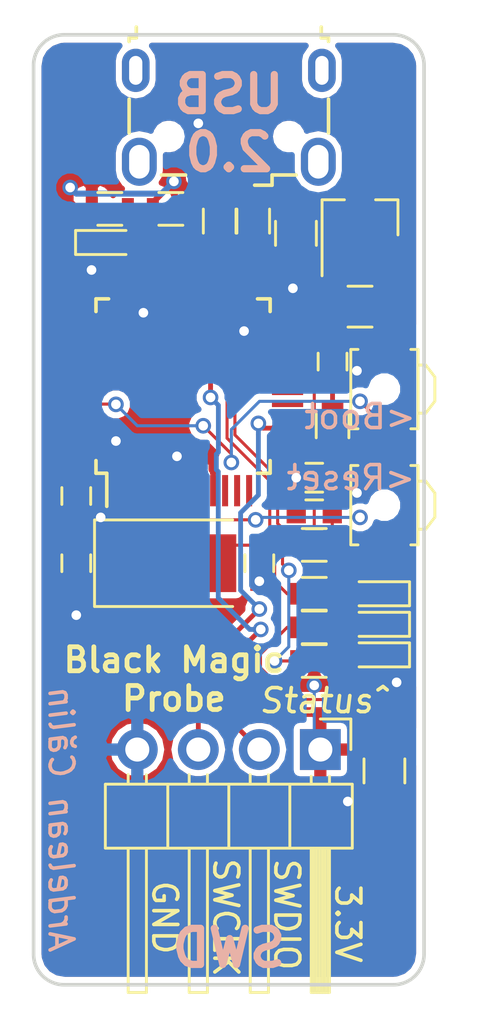
<source format=kicad_pcb>
(kicad_pcb (version 20171130) (host pcbnew "(5.0.1)-3")

  (general
    (thickness 1.6)
    (drawings 19)
    (tracks 211)
    (zones 0)
    (modules 29)
    (nets 22)
  )

  (page A4)
  (layers
    (0 F.Cu signal)
    (31 B.Cu signal hide)
    (32 B.Adhes user)
    (33 F.Adhes user)
    (34 B.Paste user)
    (35 F.Paste user)
    (36 B.SilkS user)
    (37 F.SilkS user)
    (38 B.Mask user)
    (39 F.Mask user)
    (40 Dwgs.User user)
    (41 Cmts.User user)
    (42 Eco1.User user)
    (43 Eco2.User user)
    (44 Edge.Cuts user)
    (45 Margin user)
    (46 B.CrtYd user hide)
    (47 F.CrtYd user hide)
    (48 B.Fab user hide)
    (49 F.Fab user hide)
  )

  (setup
    (last_trace_width 0.2)
    (user_trace_width 0.127)
    (user_trace_width 0.2)
    (user_trace_width 0.4)
    (trace_clearance 0.2)
    (zone_clearance 0.254)
    (zone_45_only no)
    (trace_min 0.12)
    (segment_width 0.2)
    (edge_width 0.15)
    (via_size 0.65)
    (via_drill 0.4)
    (via_min_size 0.55)
    (via_min_drill 0.3)
    (uvia_size 0.3)
    (uvia_drill 0.1)
    (uvias_allowed no)
    (uvia_min_size 0.2)
    (uvia_min_drill 0.1)
    (pcb_text_width 0.3)
    (pcb_text_size 1.5 1.5)
    (mod_edge_width 0.15)
    (mod_text_size 1 1)
    (mod_text_width 0.15)
    (pad_size 1.524 1.524)
    (pad_drill 0.762)
    (pad_to_mask_clearance 0.051)
    (solder_mask_min_width 0.25)
    (aux_axis_origin 0 0)
    (visible_elements 7FFFFFFF)
    (pcbplotparams
      (layerselection 0x010fc_ffffffff)
      (usegerberextensions false)
      (usegerberattributes false)
      (usegerberadvancedattributes false)
      (creategerberjobfile false)
      (excludeedgelayer true)
      (linewidth 0.100000)
      (plotframeref false)
      (viasonmask false)
      (mode 1)
      (useauxorigin false)
      (hpglpennumber 1)
      (hpglpenspeed 20)
      (hpglpendiameter 15.000000)
      (psnegative false)
      (psa4output false)
      (plotreference true)
      (plotvalue true)
      (plotinvisibletext false)
      (padsonsilk false)
      (subtractmaskfromsilk false)
      (outputformat 1)
      (mirror false)
      (drillshape 1)
      (scaleselection 1)
      (outputdirectory ""))
  )

  (net 0 "")
  (net 1 GND)
  (net 2 +5V)
  (net 3 BOOT0)
  (net 4 ~RST)
  (net 5 +3V3)
  (net 6 OSC_IN)
  (net 7 OSC_OUT)
  (net 8 "Net-(D1-Pad2)")
  (net 9 "Net-(D2-Pad2)")
  (net 10 "Net-(D3-Pad2)")
  (net 11 "Net-(D4-Pad2)")
  (net 12 "Net-(J1-Pad6)")
  (net 13 "Net-(J1-Pad3)")
  (net 14 "Net-(J1-Pad2)")
  (net 15 SWCLK)
  (net 16 SWDIO)
  (net 17 USB_D+)
  (net 18 USB_D-)
  (net 19 LED2)
  (net 20 LED1)
  (net 21 LED0)

  (net_class Default "This is the default net class."
    (clearance 0.2)
    (trace_width 0.25)
    (via_dia 0.65)
    (via_drill 0.4)
    (uvia_dia 0.3)
    (uvia_drill 0.1)
    (add_net +3V3)
    (add_net +5V)
    (add_net BOOT0)
    (add_net GND)
    (add_net LED0)
    (add_net LED1)
    (add_net LED2)
    (add_net "Net-(D1-Pad2)")
    (add_net "Net-(D2-Pad2)")
    (add_net "Net-(D3-Pad2)")
    (add_net "Net-(D4-Pad2)")
    (add_net "Net-(J1-Pad2)")
    (add_net "Net-(J1-Pad3)")
    (add_net "Net-(J1-Pad6)")
    (add_net OSC_IN)
    (add_net OSC_OUT)
    (add_net SWCLK)
    (add_net SWDIO)
    (add_net USB_D+)
    (add_net USB_D-)
    (add_net ~RST)
  )

  (module Capacitors_SMD:C_0805 (layer F.Cu) (tedit 5C002DAE) (tstamp 5BFFE155)
    (at 185.547 59.817 270)
    (descr "Capacitor SMD 0805, reflow soldering, AVX (see smccp.pdf)")
    (tags "capacitor 0805")
    (path /5BFF2D93)
    (attr smd)
    (fp_text reference C1 (at 0.127 1.778 270) (layer F.SilkS) hide
      (effects (font (size 1 1) (thickness 0.15)))
    )
    (fp_text value 22uF (at 0 1.75 270) (layer F.Fab)
      (effects (font (size 1 1) (thickness 0.15)))
    )
    (fp_text user %R (at 0 -1.5 270) (layer F.Fab)
      (effects (font (size 1 1) (thickness 0.15)))
    )
    (fp_line (start -1 0.62) (end -1 -0.62) (layer F.Fab) (width 0.1))
    (fp_line (start 1 0.62) (end -1 0.62) (layer F.Fab) (width 0.1))
    (fp_line (start 1 -0.62) (end 1 0.62) (layer F.Fab) (width 0.1))
    (fp_line (start -1 -0.62) (end 1 -0.62) (layer F.Fab) (width 0.1))
    (fp_line (start 0.5 -0.85) (end -0.5 -0.85) (layer F.SilkS) (width 0.12))
    (fp_line (start -0.5 0.85) (end 0.5 0.85) (layer F.SilkS) (width 0.12))
    (fp_line (start -1.75 -0.88) (end 1.75 -0.88) (layer F.CrtYd) (width 0.05))
    (fp_line (start -1.75 -0.88) (end -1.75 0.87) (layer F.CrtYd) (width 0.05))
    (fp_line (start 1.75 0.87) (end 1.75 -0.88) (layer F.CrtYd) (width 0.05))
    (fp_line (start 1.75 0.87) (end -1.75 0.87) (layer F.CrtYd) (width 0.05))
    (pad 1 smd rect (at -1 0 270) (size 1 1.25) (layers F.Cu F.Paste F.Mask)
      (net 2 +5V))
    (pad 2 smd rect (at 1 0 270) (size 1 1.25) (layers F.Cu F.Paste F.Mask)
      (net 1 GND))
    (model Capacitors_SMD.3dshapes/C_0805.wrl
      (at (xyz 0 0 0))
      (scale (xyz 1 1 1))
      (rotate (xyz 0 0 0))
    )
  )

  (module Capacitors_SMD:C_0603 (layer F.Cu) (tedit 5C002E23) (tstamp 5BFFE166)
    (at 186.309 69.977 180)
    (descr "Capacitor SMD 0603, reflow soldering, AVX (see smccp.pdf)")
    (tags "capacitor 0603")
    (path /5C00478F)
    (attr smd)
    (fp_text reference C2 (at 0 -1.5 180) (layer F.SilkS) hide
      (effects (font (size 1 1) (thickness 0.15)))
    )
    (fp_text value 100n (at 0 1.5 180) (layer F.Fab)
      (effects (font (size 1 1) (thickness 0.15)))
    )
    (fp_line (start 1.4 0.65) (end -1.4 0.65) (layer F.CrtYd) (width 0.05))
    (fp_line (start 1.4 0.65) (end 1.4 -0.65) (layer F.CrtYd) (width 0.05))
    (fp_line (start -1.4 -0.65) (end -1.4 0.65) (layer F.CrtYd) (width 0.05))
    (fp_line (start -1.4 -0.65) (end 1.4 -0.65) (layer F.CrtYd) (width 0.05))
    (fp_line (start 0.35 0.6) (end -0.35 0.6) (layer F.SilkS) (width 0.12))
    (fp_line (start -0.35 -0.6) (end 0.35 -0.6) (layer F.SilkS) (width 0.12))
    (fp_line (start -0.8 -0.4) (end 0.8 -0.4) (layer F.Fab) (width 0.1))
    (fp_line (start 0.8 -0.4) (end 0.8 0.4) (layer F.Fab) (width 0.1))
    (fp_line (start 0.8 0.4) (end -0.8 0.4) (layer F.Fab) (width 0.1))
    (fp_line (start -0.8 0.4) (end -0.8 -0.4) (layer F.Fab) (width 0.1))
    (fp_text user %R (at 0 0 180) (layer F.Fab)
      (effects (font (size 0.3 0.3) (thickness 0.075)))
    )
    (pad 2 smd rect (at 0.75 0 180) (size 0.8 0.75) (layers F.Cu F.Paste F.Mask)
      (net 1 GND))
    (pad 1 smd rect (at -0.75 0 180) (size 0.8 0.75) (layers F.Cu F.Paste F.Mask)
      (net 3 BOOT0))
    (model Capacitors_SMD.3dshapes/C_0603.wrl
      (at (xyz 0 0 0))
      (scale (xyz 1 1 1))
      (rotate (xyz 0 0 0))
    )
  )

  (module Capacitors_SMD:C_0603 (layer F.Cu) (tedit 5C002DD5) (tstamp 5BFFE177)
    (at 186.309 71.501 180)
    (descr "Capacitor SMD 0603, reflow soldering, AVX (see smccp.pdf)")
    (tags "capacitor 0603")
    (path /5C0066F5)
    (attr smd)
    (fp_text reference C3 (at 0 -1.5 180) (layer F.SilkS) hide
      (effects (font (size 1 1) (thickness 0.15)))
    )
    (fp_text value 100n (at 0 1.5 180) (layer F.Fab)
      (effects (font (size 1 1) (thickness 0.15)))
    )
    (fp_text user %R (at 0 0 180) (layer F.Fab)
      (effects (font (size 0.3 0.3) (thickness 0.075)))
    )
    (fp_line (start -0.8 0.4) (end -0.8 -0.4) (layer F.Fab) (width 0.1))
    (fp_line (start 0.8 0.4) (end -0.8 0.4) (layer F.Fab) (width 0.1))
    (fp_line (start 0.8 -0.4) (end 0.8 0.4) (layer F.Fab) (width 0.1))
    (fp_line (start -0.8 -0.4) (end 0.8 -0.4) (layer F.Fab) (width 0.1))
    (fp_line (start -0.35 -0.6) (end 0.35 -0.6) (layer F.SilkS) (width 0.12))
    (fp_line (start 0.35 0.6) (end -0.35 0.6) (layer F.SilkS) (width 0.12))
    (fp_line (start -1.4 -0.65) (end 1.4 -0.65) (layer F.CrtYd) (width 0.05))
    (fp_line (start -1.4 -0.65) (end -1.4 0.65) (layer F.CrtYd) (width 0.05))
    (fp_line (start 1.4 0.65) (end 1.4 -0.65) (layer F.CrtYd) (width 0.05))
    (fp_line (start 1.4 0.65) (end -1.4 0.65) (layer F.CrtYd) (width 0.05))
    (pad 1 smd rect (at -0.75 0 180) (size 0.8 0.75) (layers F.Cu F.Paste F.Mask)
      (net 4 ~RST))
    (pad 2 smd rect (at 0.75 0 180) (size 0.8 0.75) (layers F.Cu F.Paste F.Mask)
      (net 1 GND))
    (model Capacitors_SMD.3dshapes/C_0603.wrl
      (at (xyz 0 0 0))
      (scale (xyz 1 1 1))
      (rotate (xyz 0 0 0))
    )
  )

  (module Capacitors_SMD:C_0805 (layer F.Cu) (tedit 5C002DC1) (tstamp 5BFFE188)
    (at 188.214 62.865 180)
    (descr "Capacitor SMD 0805, reflow soldering, AVX (see smccp.pdf)")
    (tags "capacitor 0805")
    (path /5BFF2DC5)
    (attr smd)
    (fp_text reference C4 (at -1.143 -1.5 180) (layer F.SilkS) hide
      (effects (font (size 1 1) (thickness 0.15)))
    )
    (fp_text value 22uF (at 0 1.75 180) (layer F.Fab)
      (effects (font (size 1 1) (thickness 0.15)))
    )
    (fp_line (start 1.75 0.87) (end -1.75 0.87) (layer F.CrtYd) (width 0.05))
    (fp_line (start 1.75 0.87) (end 1.75 -0.88) (layer F.CrtYd) (width 0.05))
    (fp_line (start -1.75 -0.88) (end -1.75 0.87) (layer F.CrtYd) (width 0.05))
    (fp_line (start -1.75 -0.88) (end 1.75 -0.88) (layer F.CrtYd) (width 0.05))
    (fp_line (start -0.5 0.85) (end 0.5 0.85) (layer F.SilkS) (width 0.12))
    (fp_line (start 0.5 -0.85) (end -0.5 -0.85) (layer F.SilkS) (width 0.12))
    (fp_line (start -1 -0.62) (end 1 -0.62) (layer F.Fab) (width 0.1))
    (fp_line (start 1 -0.62) (end 1 0.62) (layer F.Fab) (width 0.1))
    (fp_line (start 1 0.62) (end -1 0.62) (layer F.Fab) (width 0.1))
    (fp_line (start -1 0.62) (end -1 -0.62) (layer F.Fab) (width 0.1))
    (fp_text user %R (at 0 -1.5 180) (layer F.Fab)
      (effects (font (size 1 1) (thickness 0.15)))
    )
    (pad 2 smd rect (at 1 0 180) (size 1 1.25) (layers F.Cu F.Paste F.Mask)
      (net 1 GND))
    (pad 1 smd rect (at -1 0 180) (size 1 1.25) (layers F.Cu F.Paste F.Mask)
      (net 5 +3V3))
    (model Capacitors_SMD.3dshapes/C_0805.wrl
      (at (xyz 0 0 0))
      (scale (xyz 1 1 1))
      (rotate (xyz 0 0 0))
    )
  )

  (module Capacitors_SMD:C_0603 (layer F.Cu) (tedit 5C002D1A) (tstamp 5BFFE199)
    (at 176.403 73.533 270)
    (descr "Capacitor SMD 0603, reflow soldering, AVX (see smccp.pdf)")
    (tags "capacitor 0603")
    (path /5C03AB59)
    (attr smd)
    (fp_text reference C5 (at 0.127 0.254) (layer F.SilkS) hide
      (effects (font (size 1 1) (thickness 0.15)))
    )
    (fp_text value 22pF (at 0 1.5 270) (layer F.Fab)
      (effects (font (size 1 1) (thickness 0.15)))
    )
    (fp_text user %R (at 0 0 270) (layer F.Fab)
      (effects (font (size 0.3 0.3) (thickness 0.075)))
    )
    (fp_line (start -0.8 0.4) (end -0.8 -0.4) (layer F.Fab) (width 0.1))
    (fp_line (start 0.8 0.4) (end -0.8 0.4) (layer F.Fab) (width 0.1))
    (fp_line (start 0.8 -0.4) (end 0.8 0.4) (layer F.Fab) (width 0.1))
    (fp_line (start -0.8 -0.4) (end 0.8 -0.4) (layer F.Fab) (width 0.1))
    (fp_line (start -0.35 -0.6) (end 0.35 -0.6) (layer F.SilkS) (width 0.12))
    (fp_line (start 0.35 0.6) (end -0.35 0.6) (layer F.SilkS) (width 0.12))
    (fp_line (start -1.4 -0.65) (end 1.4 -0.65) (layer F.CrtYd) (width 0.05))
    (fp_line (start -1.4 -0.65) (end -1.4 0.65) (layer F.CrtYd) (width 0.05))
    (fp_line (start 1.4 0.65) (end 1.4 -0.65) (layer F.CrtYd) (width 0.05))
    (fp_line (start 1.4 0.65) (end -1.4 0.65) (layer F.CrtYd) (width 0.05))
    (pad 1 smd rect (at -0.75 0 270) (size 0.8 0.75) (layers F.Cu F.Paste F.Mask)
      (net 6 OSC_IN))
    (pad 2 smd rect (at 0.75 0 270) (size 0.8 0.75) (layers F.Cu F.Paste F.Mask)
      (net 1 GND))
    (model Capacitors_SMD.3dshapes/C_0603.wrl
      (at (xyz 0 0 0))
      (scale (xyz 1 1 1))
      (rotate (xyz 0 0 0))
    )
  )

  (module Capacitors_SMD:C_0603 (layer F.Cu) (tedit 5C002E2B) (tstamp 5C002FED)
    (at 184.023 73.533 270)
    (descr "Capacitor SMD 0603, reflow soldering, AVX (see smccp.pdf)")
    (tags "capacitor 0603")
    (path /5C03AB03)
    (attr smd)
    (fp_text reference C6 (at 0 -1.5 270) (layer F.SilkS) hide
      (effects (font (size 1 1) (thickness 0.15)))
    )
    (fp_text value 22pF (at 0 1.5 270) (layer F.Fab)
      (effects (font (size 1 1) (thickness 0.15)))
    )
    (fp_text user %R (at 0 0 270) (layer F.Fab)
      (effects (font (size 0.3 0.3) (thickness 0.075)))
    )
    (fp_line (start -0.8 0.4) (end -0.8 -0.4) (layer F.Fab) (width 0.1))
    (fp_line (start 0.8 0.4) (end -0.8 0.4) (layer F.Fab) (width 0.1))
    (fp_line (start 0.8 -0.4) (end 0.8 0.4) (layer F.Fab) (width 0.1))
    (fp_line (start -0.8 -0.4) (end 0.8 -0.4) (layer F.Fab) (width 0.1))
    (fp_line (start -0.35 -0.6) (end 0.35 -0.6) (layer F.SilkS) (width 0.12))
    (fp_line (start 0.35 0.6) (end -0.35 0.6) (layer F.SilkS) (width 0.12))
    (fp_line (start -1.4 -0.65) (end 1.4 -0.65) (layer F.CrtYd) (width 0.05))
    (fp_line (start -1.4 -0.65) (end -1.4 0.65) (layer F.CrtYd) (width 0.05))
    (fp_line (start 1.4 0.65) (end 1.4 -0.65) (layer F.CrtYd) (width 0.05))
    (fp_line (start 1.4 0.65) (end -1.4 0.65) (layer F.CrtYd) (width 0.05))
    (pad 1 smd rect (at -0.75 0 270) (size 0.8 0.75) (layers F.Cu F.Paste F.Mask)
      (net 7 OSC_OUT))
    (pad 2 smd rect (at 0.75 0 270) (size 0.8 0.75) (layers F.Cu F.Paste F.Mask)
      (net 1 GND))
    (model Capacitors_SMD.3dshapes/C_0603.wrl
      (at (xyz 0 0 0))
      (scale (xyz 1 1 1))
      (rotate (xyz 0 0 0))
    )
  )

  (module Capacitors_SMD:C_0603 (layer F.Cu) (tedit 5C002D12) (tstamp 5BFFE1BB)
    (at 176.403 70.739 270)
    (descr "Capacitor SMD 0603, reflow soldering, AVX (see smccp.pdf)")
    (tags "capacitor 0603")
    (path /5BFEFAAC)
    (attr smd)
    (fp_text reference C7 (at -0.127 -0.127 270) (layer F.SilkS) hide
      (effects (font (size 1 1) (thickness 0.15)))
    )
    (fp_text value 100n (at 0 1.5 270) (layer F.Fab)
      (effects (font (size 1 1) (thickness 0.15)))
    )
    (fp_line (start 1.4 0.65) (end -1.4 0.65) (layer F.CrtYd) (width 0.05))
    (fp_line (start 1.4 0.65) (end 1.4 -0.65) (layer F.CrtYd) (width 0.05))
    (fp_line (start -1.4 -0.65) (end -1.4 0.65) (layer F.CrtYd) (width 0.05))
    (fp_line (start -1.4 -0.65) (end 1.4 -0.65) (layer F.CrtYd) (width 0.05))
    (fp_line (start 0.35 0.6) (end -0.35 0.6) (layer F.SilkS) (width 0.12))
    (fp_line (start -0.35 -0.6) (end 0.35 -0.6) (layer F.SilkS) (width 0.12))
    (fp_line (start -0.8 -0.4) (end 0.8 -0.4) (layer F.Fab) (width 0.1))
    (fp_line (start 0.8 -0.4) (end 0.8 0.4) (layer F.Fab) (width 0.1))
    (fp_line (start 0.8 0.4) (end -0.8 0.4) (layer F.Fab) (width 0.1))
    (fp_line (start -0.8 0.4) (end -0.8 -0.4) (layer F.Fab) (width 0.1))
    (fp_text user %R (at 0 0 270) (layer F.Fab)
      (effects (font (size 0.3 0.3) (thickness 0.075)))
    )
    (pad 2 smd rect (at 0.75 0 270) (size 0.8 0.75) (layers F.Cu F.Paste F.Mask)
      (net 1 GND))
    (pad 1 smd rect (at -0.75 0 270) (size 0.8 0.75) (layers F.Cu F.Paste F.Mask)
      (net 5 +3V3))
    (model Capacitors_SMD.3dshapes/C_0603.wrl
      (at (xyz 0 0 0))
      (scale (xyz 1 1 1))
      (rotate (xyz 0 0 0))
    )
  )

  (module Capacitors_SMD:C_0603 (layer F.Cu) (tedit 5C002DC5) (tstamp 5BFFF684)
    (at 187.071 65.151 270)
    (descr "Capacitor SMD 0603, reflow soldering, AVX (see smccp.pdf)")
    (tags "capacitor 0603")
    (path /5BFEFB8C)
    (attr smd)
    (fp_text reference C8 (at 1.016 -1.524) (layer F.SilkS) hide
      (effects (font (size 1 1) (thickness 0.15)))
    )
    (fp_text value 100n (at 0 1.5 270) (layer F.Fab)
      (effects (font (size 1 1) (thickness 0.15)))
    )
    (fp_text user %R (at 0 0 270) (layer F.Fab)
      (effects (font (size 0.3 0.3) (thickness 0.075)))
    )
    (fp_line (start -0.8 0.4) (end -0.8 -0.4) (layer F.Fab) (width 0.1))
    (fp_line (start 0.8 0.4) (end -0.8 0.4) (layer F.Fab) (width 0.1))
    (fp_line (start 0.8 -0.4) (end 0.8 0.4) (layer F.Fab) (width 0.1))
    (fp_line (start -0.8 -0.4) (end 0.8 -0.4) (layer F.Fab) (width 0.1))
    (fp_line (start -0.35 -0.6) (end 0.35 -0.6) (layer F.SilkS) (width 0.12))
    (fp_line (start 0.35 0.6) (end -0.35 0.6) (layer F.SilkS) (width 0.12))
    (fp_line (start -1.4 -0.65) (end 1.4 -0.65) (layer F.CrtYd) (width 0.05))
    (fp_line (start -1.4 -0.65) (end -1.4 0.65) (layer F.CrtYd) (width 0.05))
    (fp_line (start 1.4 0.65) (end 1.4 -0.65) (layer F.CrtYd) (width 0.05))
    (fp_line (start 1.4 0.65) (end -1.4 0.65) (layer F.CrtYd) (width 0.05))
    (pad 1 smd rect (at -0.75 0 270) (size 0.8 0.75) (layers F.Cu F.Paste F.Mask)
      (net 5 +3V3))
    (pad 2 smd rect (at 0.75 0 270) (size 0.8 0.75) (layers F.Cu F.Paste F.Mask)
      (net 1 GND))
    (model Capacitors_SMD.3dshapes/C_0603.wrl
      (at (xyz 0 0 0))
      (scale (xyz 1 1 1))
      (rotate (xyz 0 0 0))
    )
  )

  (module Capacitors_SMD:C_0805 (layer F.Cu) (tedit 5C002E31) (tstamp 5BFFE1DD)
    (at 189.23 82.169 270)
    (descr "Capacitor SMD 0805, reflow soldering, AVX (see smccp.pdf)")
    (tags "capacitor 0805")
    (path /5BFF6523)
    (attr smd)
    (fp_text reference C9 (at 0 -1.5 270) (layer F.SilkS) hide
      (effects (font (size 1 1) (thickness 0.15)))
    )
    (fp_text value 22uF (at 0 1.75 270) (layer F.Fab)
      (effects (font (size 1 1) (thickness 0.15)))
    )
    (fp_line (start 1.75 0.87) (end -1.75 0.87) (layer F.CrtYd) (width 0.05))
    (fp_line (start 1.75 0.87) (end 1.75 -0.88) (layer F.CrtYd) (width 0.05))
    (fp_line (start -1.75 -0.88) (end -1.75 0.87) (layer F.CrtYd) (width 0.05))
    (fp_line (start -1.75 -0.88) (end 1.75 -0.88) (layer F.CrtYd) (width 0.05))
    (fp_line (start -0.5 0.85) (end 0.5 0.85) (layer F.SilkS) (width 0.12))
    (fp_line (start 0.5 -0.85) (end -0.5 -0.85) (layer F.SilkS) (width 0.12))
    (fp_line (start -1 -0.62) (end 1 -0.62) (layer F.Fab) (width 0.1))
    (fp_line (start 1 -0.62) (end 1 0.62) (layer F.Fab) (width 0.1))
    (fp_line (start 1 0.62) (end -1 0.62) (layer F.Fab) (width 0.1))
    (fp_line (start -1 0.62) (end -1 -0.62) (layer F.Fab) (width 0.1))
    (fp_text user %R (at 0 -1.5 270) (layer F.Fab)
      (effects (font (size 1 1) (thickness 0.15)))
    )
    (pad 2 smd rect (at 1 0 270) (size 1 1.25) (layers F.Cu F.Paste F.Mask)
      (net 1 GND))
    (pad 1 smd rect (at -1 0 270) (size 1 1.25) (layers F.Cu F.Paste F.Mask)
      (net 5 +3V3))
    (model Capacitors_SMD.3dshapes/C_0805.wrl
      (at (xyz 0 0 0))
      (scale (xyz 1 1 1))
      (rotate (xyz 0 0 0))
    )
  )

  (module LEDs:LED_0603 (layer F.Cu) (tedit 5C002D92) (tstamp 5BFFE1F2)
    (at 177.673 60.198)
    (descr "LED 0603 smd package")
    (tags "LED led 0603 SMD smd SMT smt smdled SMDLED smtled SMTLED")
    (path /5C031F57)
    (attr smd)
    (fp_text reference D1 (at 2.032 -1.397) (layer F.SilkS) hide
      (effects (font (size 1 1) (thickness 0.15)))
    )
    (fp_text value Green (at 0 1.35) (layer F.Fab)
      (effects (font (size 1 1) (thickness 0.15)))
    )
    (fp_line (start -1.3 -0.5) (end -1.3 0.5) (layer F.SilkS) (width 0.12))
    (fp_line (start -0.2 -0.2) (end -0.2 0.2) (layer F.Fab) (width 0.1))
    (fp_line (start -0.15 0) (end 0.15 -0.2) (layer F.Fab) (width 0.1))
    (fp_line (start 0.15 0.2) (end -0.15 0) (layer F.Fab) (width 0.1))
    (fp_line (start 0.15 -0.2) (end 0.15 0.2) (layer F.Fab) (width 0.1))
    (fp_line (start 0.8 0.4) (end -0.8 0.4) (layer F.Fab) (width 0.1))
    (fp_line (start 0.8 -0.4) (end 0.8 0.4) (layer F.Fab) (width 0.1))
    (fp_line (start -0.8 -0.4) (end 0.8 -0.4) (layer F.Fab) (width 0.1))
    (fp_line (start -0.8 0.4) (end -0.8 -0.4) (layer F.Fab) (width 0.1))
    (fp_line (start -1.3 0.5) (end 0.8 0.5) (layer F.SilkS) (width 0.12))
    (fp_line (start -1.3 -0.5) (end 0.8 -0.5) (layer F.SilkS) (width 0.12))
    (fp_line (start 1.45 -0.65) (end 1.45 0.65) (layer F.CrtYd) (width 0.05))
    (fp_line (start 1.45 0.65) (end -1.45 0.65) (layer F.CrtYd) (width 0.05))
    (fp_line (start -1.45 0.65) (end -1.45 -0.65) (layer F.CrtYd) (width 0.05))
    (fp_line (start -1.45 -0.65) (end 1.45 -0.65) (layer F.CrtYd) (width 0.05))
    (pad 2 smd rect (at 0.8 0 180) (size 0.8 0.8) (layers F.Cu F.Paste F.Mask)
      (net 8 "Net-(D1-Pad2)"))
    (pad 1 smd rect (at -0.8 0 180) (size 0.8 0.8) (layers F.Cu F.Paste F.Mask)
      (net 1 GND))
    (model ${KISYS3DMOD}/LEDs.3dshapes/LED_0603.wrl
      (at (xyz 0 0 0))
      (scale (xyz 1 1 1))
      (rotate (xyz 0 0 180))
    )
  )

  (module LEDs:LED_0603 (layer F.Cu) (tedit 5C002E1C) (tstamp 5BFFE207)
    (at 188.976 74.803 180)
    (descr "LED 0603 smd package")
    (tags "LED led 0603 SMD smd SMT smt smdled SMDLED smtled SMTLED")
    (path /5C022023)
    (attr smd)
    (fp_text reference D2 (at 0 -1.25 180) (layer F.SilkS) hide
      (effects (font (size 1 1) (thickness 0.15)))
    )
    (fp_text value Red (at 0 1.35 180) (layer F.Fab)
      (effects (font (size 1 1) (thickness 0.15)))
    )
    (fp_line (start -1.45 -0.65) (end 1.45 -0.65) (layer F.CrtYd) (width 0.05))
    (fp_line (start -1.45 0.65) (end -1.45 -0.65) (layer F.CrtYd) (width 0.05))
    (fp_line (start 1.45 0.65) (end -1.45 0.65) (layer F.CrtYd) (width 0.05))
    (fp_line (start 1.45 -0.65) (end 1.45 0.65) (layer F.CrtYd) (width 0.05))
    (fp_line (start -1.3 -0.5) (end 0.8 -0.5) (layer F.SilkS) (width 0.12))
    (fp_line (start -1.3 0.5) (end 0.8 0.5) (layer F.SilkS) (width 0.12))
    (fp_line (start -0.8 0.4) (end -0.8 -0.4) (layer F.Fab) (width 0.1))
    (fp_line (start -0.8 -0.4) (end 0.8 -0.4) (layer F.Fab) (width 0.1))
    (fp_line (start 0.8 -0.4) (end 0.8 0.4) (layer F.Fab) (width 0.1))
    (fp_line (start 0.8 0.4) (end -0.8 0.4) (layer F.Fab) (width 0.1))
    (fp_line (start 0.15 -0.2) (end 0.15 0.2) (layer F.Fab) (width 0.1))
    (fp_line (start 0.15 0.2) (end -0.15 0) (layer F.Fab) (width 0.1))
    (fp_line (start -0.15 0) (end 0.15 -0.2) (layer F.Fab) (width 0.1))
    (fp_line (start -0.2 -0.2) (end -0.2 0.2) (layer F.Fab) (width 0.1))
    (fp_line (start -1.3 -0.5) (end -1.3 0.5) (layer F.SilkS) (width 0.12))
    (pad 1 smd rect (at -0.8 0) (size 0.8 0.8) (layers F.Cu F.Paste F.Mask)
      (net 1 GND))
    (pad 2 smd rect (at 0.8 0) (size 0.8 0.8) (layers F.Cu F.Paste F.Mask)
      (net 9 "Net-(D2-Pad2)"))
    (model ${KISYS3DMOD}/LEDs.3dshapes/LED_0603.wrl
      (at (xyz 0 0 0))
      (scale (xyz 1 1 1))
      (rotate (xyz 0 0 180))
    )
  )

  (module LEDs:LED_0603 (layer F.Cu) (tedit 5C002E18) (tstamp 5BFFE21C)
    (at 188.976 76.073 180)
    (descr "LED 0603 smd package")
    (tags "LED led 0603 SMD smd SMT smt smdled SMDLED smtled SMTLED")
    (path /5C02B44E)
    (attr smd)
    (fp_text reference D3 (at 0 -1.25 180) (layer F.SilkS) hide
      (effects (font (size 1 1) (thickness 0.15)))
    )
    (fp_text value Orange (at 0 1.35 180) (layer F.Fab)
      (effects (font (size 1 1) (thickness 0.15)))
    )
    (fp_line (start -1.3 -0.5) (end -1.3 0.5) (layer F.SilkS) (width 0.12))
    (fp_line (start -0.2 -0.2) (end -0.2 0.2) (layer F.Fab) (width 0.1))
    (fp_line (start -0.15 0) (end 0.15 -0.2) (layer F.Fab) (width 0.1))
    (fp_line (start 0.15 0.2) (end -0.15 0) (layer F.Fab) (width 0.1))
    (fp_line (start 0.15 -0.2) (end 0.15 0.2) (layer F.Fab) (width 0.1))
    (fp_line (start 0.8 0.4) (end -0.8 0.4) (layer F.Fab) (width 0.1))
    (fp_line (start 0.8 -0.4) (end 0.8 0.4) (layer F.Fab) (width 0.1))
    (fp_line (start -0.8 -0.4) (end 0.8 -0.4) (layer F.Fab) (width 0.1))
    (fp_line (start -0.8 0.4) (end -0.8 -0.4) (layer F.Fab) (width 0.1))
    (fp_line (start -1.3 0.5) (end 0.8 0.5) (layer F.SilkS) (width 0.12))
    (fp_line (start -1.3 -0.5) (end 0.8 -0.5) (layer F.SilkS) (width 0.12))
    (fp_line (start 1.45 -0.65) (end 1.45 0.65) (layer F.CrtYd) (width 0.05))
    (fp_line (start 1.45 0.65) (end -1.45 0.65) (layer F.CrtYd) (width 0.05))
    (fp_line (start -1.45 0.65) (end -1.45 -0.65) (layer F.CrtYd) (width 0.05))
    (fp_line (start -1.45 -0.65) (end 1.45 -0.65) (layer F.CrtYd) (width 0.05))
    (pad 2 smd rect (at 0.8 0) (size 0.8 0.8) (layers F.Cu F.Paste F.Mask)
      (net 10 "Net-(D3-Pad2)"))
    (pad 1 smd rect (at -0.8 0) (size 0.8 0.8) (layers F.Cu F.Paste F.Mask)
      (net 1 GND))
    (model ${KISYS3DMOD}/LEDs.3dshapes/LED_0603.wrl
      (at (xyz 0 0 0))
      (scale (xyz 1 1 1))
      (rotate (xyz 0 0 180))
    )
  )

  (module LEDs:LED_0603 (layer F.Cu) (tedit 5C002E14) (tstamp 5BFFE231)
    (at 188.976 77.343 180)
    (descr "LED 0603 smd package")
    (tags "LED led 0603 SMD smd SMT smt smdled SMDLED smtled SMTLED")
    (path /5C02C7AE)
    (attr smd)
    (fp_text reference D4 (at 0 -1.25 180) (layer F.SilkS) hide
      (effects (font (size 1 1) (thickness 0.15)))
    )
    (fp_text value Yellow (at 0 1.35 180) (layer F.Fab)
      (effects (font (size 1 1) (thickness 0.15)))
    )
    (fp_line (start -1.45 -0.65) (end 1.45 -0.65) (layer F.CrtYd) (width 0.05))
    (fp_line (start -1.45 0.65) (end -1.45 -0.65) (layer F.CrtYd) (width 0.05))
    (fp_line (start 1.45 0.65) (end -1.45 0.65) (layer F.CrtYd) (width 0.05))
    (fp_line (start 1.45 -0.65) (end 1.45 0.65) (layer F.CrtYd) (width 0.05))
    (fp_line (start -1.3 -0.5) (end 0.8 -0.5) (layer F.SilkS) (width 0.12))
    (fp_line (start -1.3 0.5) (end 0.8 0.5) (layer F.SilkS) (width 0.12))
    (fp_line (start -0.8 0.4) (end -0.8 -0.4) (layer F.Fab) (width 0.1))
    (fp_line (start -0.8 -0.4) (end 0.8 -0.4) (layer F.Fab) (width 0.1))
    (fp_line (start 0.8 -0.4) (end 0.8 0.4) (layer F.Fab) (width 0.1))
    (fp_line (start 0.8 0.4) (end -0.8 0.4) (layer F.Fab) (width 0.1))
    (fp_line (start 0.15 -0.2) (end 0.15 0.2) (layer F.Fab) (width 0.1))
    (fp_line (start 0.15 0.2) (end -0.15 0) (layer F.Fab) (width 0.1))
    (fp_line (start -0.15 0) (end 0.15 -0.2) (layer F.Fab) (width 0.1))
    (fp_line (start -0.2 -0.2) (end -0.2 0.2) (layer F.Fab) (width 0.1))
    (fp_line (start -1.3 -0.5) (end -1.3 0.5) (layer F.SilkS) (width 0.12))
    (pad 1 smd rect (at -0.8 0) (size 0.8 0.8) (layers F.Cu F.Paste F.Mask)
      (net 1 GND))
    (pad 2 smd rect (at 0.8 0) (size 0.8 0.8) (layers F.Cu F.Paste F.Mask)
      (net 11 "Net-(D4-Pad2)"))
    (model ${KISYS3DMOD}/LEDs.3dshapes/LED_0603.wrl
      (at (xyz 0 0 0))
      (scale (xyz 1 1 1))
      (rotate (xyz 0 0 180))
    )
  )

  (module Connectors_USB:USB_Micro-B_Wuerth-629105150521 (layer F.Cu) (tedit 5C00300D) (tstamp 5BFFE260)
    (at 182.753 54.991 180)
    (descr "USB Micro-B receptacle, http://www.mouser.com/ds/2/445/629105150521-469306.pdf")
    (tags "usb micro receptacle")
    (path /5BFF07D3)
    (attr smd)
    (fp_text reference J1 (at 0 0.508 180) (layer F.SilkS) hide
      (effects (font (size 1 1) (thickness 0.15)))
    )
    (fp_text value USB_B_Micro (at 0 5.6 180) (layer F.Fab)
      (effects (font (size 1 1) (thickness 0.15)))
    )
    (fp_text user "PCB Edge" (at 0 3.75 180) (layer Dwgs.User)
      (effects (font (size 0.5 0.5) (thickness 0.08)))
    )
    (fp_text user %R (at 0 1.05 180) (layer F.Fab)
      (effects (font (size 1 1) (thickness 0.15)))
    )
    (fp_line (start 4.95 -3.34) (end -4.94 -3.34) (layer F.CrtYd) (width 0.05))
    (fp_line (start 4.95 4.85) (end 4.95 -3.34) (layer F.CrtYd) (width 0.05))
    (fp_line (start -4.94 4.85) (end 4.95 4.85) (layer F.CrtYd) (width 0.05))
    (fp_line (start -4.94 -3.34) (end -4.94 4.85) (layer F.CrtYd) (width 0.05))
    (fp_line (start 1.8 -2.4) (end 2.8 -2.4) (layer F.SilkS) (width 0.15))
    (fp_line (start -1.8 -2.4) (end -2.8 -2.4) (layer F.SilkS) (width 0.15))
    (fp_line (start -1.8 -2.825) (end -1.8 -2.4) (layer F.SilkS) (width 0.15))
    (fp_line (start -1.075 -2.825) (end -1.8 -2.825) (layer F.SilkS) (width 0.15))
    (fp_line (start 4.15 0.75) (end 4.15 -0.65) (layer F.SilkS) (width 0.15))
    (fp_line (start 4.15 3.3) (end 4.15 3.15) (layer F.SilkS) (width 0.15))
    (fp_line (start 3.85 3.3) (end 4.15 3.3) (layer F.SilkS) (width 0.15))
    (fp_line (start 3.85 3.75) (end 3.85 3.3) (layer F.SilkS) (width 0.15))
    (fp_line (start -3.85 3.3) (end -3.85 3.75) (layer F.SilkS) (width 0.15))
    (fp_line (start -4.15 3.3) (end -3.85 3.3) (layer F.SilkS) (width 0.15))
    (fp_line (start -4.15 3.15) (end -4.15 3.3) (layer F.SilkS) (width 0.15))
    (fp_line (start -4.15 -0.65) (end -4.15 0.75) (layer F.SilkS) (width 0.15))
    (fp_line (start -1.075 -2.95) (end -1.075 -2.725) (layer F.Fab) (width 0.15))
    (fp_line (start -1.525 -2.95) (end -1.075 -2.95) (layer F.Fab) (width 0.15))
    (fp_line (start -1.525 -2.725) (end -1.525 -2.95) (layer F.Fab) (width 0.15))
    (fp_line (start -1.3 -2.55) (end -1.525 -2.725) (layer F.Fab) (width 0.15))
    (fp_line (start -1.075 -2.725) (end -1.3 -2.55) (layer F.Fab) (width 0.15))
    (fp_line (start -2.7 3.75) (end 2.7 3.75) (layer F.Fab) (width 0.15))
    (fp_line (start 4 -2.25) (end -4 -2.25) (layer F.Fab) (width 0.15))
    (fp_line (start 4 3.15) (end 4 -2.25) (layer F.Fab) (width 0.15))
    (fp_line (start 3.7 3.15) (end 4 3.15) (layer F.Fab) (width 0.15))
    (fp_line (start 3.7 4.35) (end 3.7 3.15) (layer F.Fab) (width 0.15))
    (fp_line (start -3.7 4.35) (end 3.7 4.35) (layer F.Fab) (width 0.15))
    (fp_line (start -3.7 3.15) (end -3.7 4.35) (layer F.Fab) (width 0.15))
    (fp_line (start -4 3.15) (end -3.7 3.15) (layer F.Fab) (width 0.15))
    (fp_line (start -4 -2.25) (end -4 3.15) (layer F.Fab) (width 0.15))
    (pad "" np_thru_hole oval (at 2.5 -0.8 180) (size 0.8 0.8) (drill 0.8) (layers *.Cu *.Mask))
    (pad "" np_thru_hole oval (at -2.5 -0.8 180) (size 0.8 0.8) (drill 0.8) (layers *.Cu *.Mask))
    (pad 6 thru_hole oval (at 3.875 1.95 180) (size 1.15 1.8) (drill oval 0.55 1.2) (layers *.Cu *.Mask)
      (net 12 "Net-(J1-Pad6)"))
    (pad 6 thru_hole oval (at -3.875 1.95 180) (size 1.15 1.8) (drill oval 0.55 1.2) (layers *.Cu *.Mask)
      (net 12 "Net-(J1-Pad6)"))
    (pad 6 thru_hole oval (at 3.725 -1.85 180) (size 1.45 2) (drill oval 0.85 1.4) (layers *.Cu *.Mask)
      (net 12 "Net-(J1-Pad6)"))
    (pad 6 thru_hole oval (at -3.725 -1.85 180) (size 1.45 2) (drill oval 0.85 1.4) (layers *.Cu *.Mask)
      (net 12 "Net-(J1-Pad6)"))
    (pad 5 smd rect (at 1.3 -1.9 180) (size 0.45 1.3) (layers F.Cu F.Paste F.Mask)
      (net 1 GND))
    (pad 4 smd rect (at 0.65 -1.9 180) (size 0.45 1.3) (layers F.Cu F.Paste F.Mask))
    (pad 3 smd rect (at 0 -1.9 180) (size 0.45 1.3) (layers F.Cu F.Paste F.Mask)
      (net 13 "Net-(J1-Pad3)"))
    (pad 2 smd rect (at -0.65 -1.9 180) (size 0.45 1.3) (layers F.Cu F.Paste F.Mask)
      (net 14 "Net-(J1-Pad2)"))
    (pad 1 smd rect (at -1.3 -1.9 180) (size 0.45 1.3) (layers F.Cu F.Paste F.Mask)
      (net 2 +5V))
    (model ${KISYS3DMOD}/Connectors_USB.3dshapes/USB_Micro-B_Wuerth-629105150521.wrl
      (at (xyz 0 0 0))
      (scale (xyz 1 1 1))
      (rotate (xyz 0 0 0))
    )
  )

  (module Pin_Headers:Pin_Header_Angled_1x04_Pitch2.54mm (layer F.Cu) (tedit 5C002E4C) (tstamp 5BFFE2AD)
    (at 186.563 81.28 270)
    (descr "Through hole angled pin header, 1x04, 2.54mm pitch, 6mm pin length, single row")
    (tags "Through hole angled pin header THT 1x04 2.54mm single row")
    (path /5BFF4B45)
    (fp_text reference J2 (at 3.683 -2.286) (layer F.SilkS) hide
      (effects (font (size 1 1) (thickness 0.15)))
    )
    (fp_text value SWD (at 4.385 9.89 270) (layer F.Fab)
      (effects (font (size 1 1) (thickness 0.15)))
    )
    (fp_text user %R (at 2.77 3.81) (layer F.Fab)
      (effects (font (size 1 1) (thickness 0.15)))
    )
    (fp_line (start 10.55 -1.8) (end -1.8 -1.8) (layer F.CrtYd) (width 0.05))
    (fp_line (start 10.55 9.4) (end 10.55 -1.8) (layer F.CrtYd) (width 0.05))
    (fp_line (start -1.8 9.4) (end 10.55 9.4) (layer F.CrtYd) (width 0.05))
    (fp_line (start -1.8 -1.8) (end -1.8 9.4) (layer F.CrtYd) (width 0.05))
    (fp_line (start -1.27 -1.27) (end 0 -1.27) (layer F.SilkS) (width 0.12))
    (fp_line (start -1.27 0) (end -1.27 -1.27) (layer F.SilkS) (width 0.12))
    (fp_line (start 1.042929 8) (end 1.44 8) (layer F.SilkS) (width 0.12))
    (fp_line (start 1.042929 7.24) (end 1.44 7.24) (layer F.SilkS) (width 0.12))
    (fp_line (start 10.1 8) (end 4.1 8) (layer F.SilkS) (width 0.12))
    (fp_line (start 10.1 7.24) (end 10.1 8) (layer F.SilkS) (width 0.12))
    (fp_line (start 4.1 7.24) (end 10.1 7.24) (layer F.SilkS) (width 0.12))
    (fp_line (start 1.44 6.35) (end 4.1 6.35) (layer F.SilkS) (width 0.12))
    (fp_line (start 1.042929 5.46) (end 1.44 5.46) (layer F.SilkS) (width 0.12))
    (fp_line (start 1.042929 4.7) (end 1.44 4.7) (layer F.SilkS) (width 0.12))
    (fp_line (start 10.1 5.46) (end 4.1 5.46) (layer F.SilkS) (width 0.12))
    (fp_line (start 10.1 4.7) (end 10.1 5.46) (layer F.SilkS) (width 0.12))
    (fp_line (start 4.1 4.7) (end 10.1 4.7) (layer F.SilkS) (width 0.12))
    (fp_line (start 1.44 3.81) (end 4.1 3.81) (layer F.SilkS) (width 0.12))
    (fp_line (start 1.042929 2.92) (end 1.44 2.92) (layer F.SilkS) (width 0.12))
    (fp_line (start 1.042929 2.16) (end 1.44 2.16) (layer F.SilkS) (width 0.12))
    (fp_line (start 10.1 2.92) (end 4.1 2.92) (layer F.SilkS) (width 0.12))
    (fp_line (start 10.1 2.16) (end 10.1 2.92) (layer F.SilkS) (width 0.12))
    (fp_line (start 4.1 2.16) (end 10.1 2.16) (layer F.SilkS) (width 0.12))
    (fp_line (start 1.44 1.27) (end 4.1 1.27) (layer F.SilkS) (width 0.12))
    (fp_line (start 1.11 0.38) (end 1.44 0.38) (layer F.SilkS) (width 0.12))
    (fp_line (start 1.11 -0.38) (end 1.44 -0.38) (layer F.SilkS) (width 0.12))
    (fp_line (start 4.1 0.28) (end 10.1 0.28) (layer F.SilkS) (width 0.12))
    (fp_line (start 4.1 0.16) (end 10.1 0.16) (layer F.SilkS) (width 0.12))
    (fp_line (start 4.1 0.04) (end 10.1 0.04) (layer F.SilkS) (width 0.12))
    (fp_line (start 4.1 -0.08) (end 10.1 -0.08) (layer F.SilkS) (width 0.12))
    (fp_line (start 4.1 -0.2) (end 10.1 -0.2) (layer F.SilkS) (width 0.12))
    (fp_line (start 4.1 -0.32) (end 10.1 -0.32) (layer F.SilkS) (width 0.12))
    (fp_line (start 10.1 0.38) (end 4.1 0.38) (layer F.SilkS) (width 0.12))
    (fp_line (start 10.1 -0.38) (end 10.1 0.38) (layer F.SilkS) (width 0.12))
    (fp_line (start 4.1 -0.38) (end 10.1 -0.38) (layer F.SilkS) (width 0.12))
    (fp_line (start 4.1 -1.33) (end 1.44 -1.33) (layer F.SilkS) (width 0.12))
    (fp_line (start 4.1 8.95) (end 4.1 -1.33) (layer F.SilkS) (width 0.12))
    (fp_line (start 1.44 8.95) (end 4.1 8.95) (layer F.SilkS) (width 0.12))
    (fp_line (start 1.44 -1.33) (end 1.44 8.95) (layer F.SilkS) (width 0.12))
    (fp_line (start 4.04 7.94) (end 10.04 7.94) (layer F.Fab) (width 0.1))
    (fp_line (start 10.04 7.3) (end 10.04 7.94) (layer F.Fab) (width 0.1))
    (fp_line (start 4.04 7.3) (end 10.04 7.3) (layer F.Fab) (width 0.1))
    (fp_line (start -0.32 7.94) (end 1.5 7.94) (layer F.Fab) (width 0.1))
    (fp_line (start -0.32 7.3) (end -0.32 7.94) (layer F.Fab) (width 0.1))
    (fp_line (start -0.32 7.3) (end 1.5 7.3) (layer F.Fab) (width 0.1))
    (fp_line (start 4.04 5.4) (end 10.04 5.4) (layer F.Fab) (width 0.1))
    (fp_line (start 10.04 4.76) (end 10.04 5.4) (layer F.Fab) (width 0.1))
    (fp_line (start 4.04 4.76) (end 10.04 4.76) (layer F.Fab) (width 0.1))
    (fp_line (start -0.32 5.4) (end 1.5 5.4) (layer F.Fab) (width 0.1))
    (fp_line (start -0.32 4.76) (end -0.32 5.4) (layer F.Fab) (width 0.1))
    (fp_line (start -0.32 4.76) (end 1.5 4.76) (layer F.Fab) (width 0.1))
    (fp_line (start 4.04 2.86) (end 10.04 2.86) (layer F.Fab) (width 0.1))
    (fp_line (start 10.04 2.22) (end 10.04 2.86) (layer F.Fab) (width 0.1))
    (fp_line (start 4.04 2.22) (end 10.04 2.22) (layer F.Fab) (width 0.1))
    (fp_line (start -0.32 2.86) (end 1.5 2.86) (layer F.Fab) (width 0.1))
    (fp_line (start -0.32 2.22) (end -0.32 2.86) (layer F.Fab) (width 0.1))
    (fp_line (start -0.32 2.22) (end 1.5 2.22) (layer F.Fab) (width 0.1))
    (fp_line (start 4.04 0.32) (end 10.04 0.32) (layer F.Fab) (width 0.1))
    (fp_line (start 10.04 -0.32) (end 10.04 0.32) (layer F.Fab) (width 0.1))
    (fp_line (start 4.04 -0.32) (end 10.04 -0.32) (layer F.Fab) (width 0.1))
    (fp_line (start -0.32 0.32) (end 1.5 0.32) (layer F.Fab) (width 0.1))
    (fp_line (start -0.32 -0.32) (end -0.32 0.32) (layer F.Fab) (width 0.1))
    (fp_line (start -0.32 -0.32) (end 1.5 -0.32) (layer F.Fab) (width 0.1))
    (fp_line (start 1.5 -0.635) (end 2.135 -1.27) (layer F.Fab) (width 0.1))
    (fp_line (start 1.5 8.89) (end 1.5 -0.635) (layer F.Fab) (width 0.1))
    (fp_line (start 4.04 8.89) (end 1.5 8.89) (layer F.Fab) (width 0.1))
    (fp_line (start 4.04 -1.27) (end 4.04 8.89) (layer F.Fab) (width 0.1))
    (fp_line (start 2.135 -1.27) (end 4.04 -1.27) (layer F.Fab) (width 0.1))
    (pad 4 thru_hole oval (at 0 7.62 270) (size 1.7 1.7) (drill 1) (layers *.Cu *.Mask)
      (net 1 GND))
    (pad 3 thru_hole oval (at 0 5.08 270) (size 1.7 1.7) (drill 1) (layers *.Cu *.Mask)
      (net 15 SWCLK))
    (pad 2 thru_hole oval (at 0 2.54 270) (size 1.7 1.7) (drill 1) (layers *.Cu *.Mask)
      (net 16 SWDIO))
    (pad 1 thru_hole rect (at 0 0 270) (size 1.7 1.7) (drill 1) (layers *.Cu *.Mask)
      (net 5 +3V3))
    (model ${KISYS3DMOD}/Pin_Headers.3dshapes/Pin_Header_Angled_1x04_Pitch2.54mm.wrl
      (at (xyz 0 0 0))
      (scale (xyz 1 1 1))
      (rotate (xyz 0 0 0))
    )
  )

  (module Resistors_SMD:R_0603 (layer F.Cu) (tedit 5C002D97) (tstamp 5BFFE2BE)
    (at 180.34 58.801)
    (descr "Resistor SMD 0603, reflow soldering, Vishay (see dcrcw.pdf)")
    (tags "resistor 0603")
    (path /5BFF0E1F)
    (attr smd)
    (fp_text reference R1 (at -2.159 0) (layer F.SilkS) hide
      (effects (font (size 1 1) (thickness 0.15)))
    )
    (fp_text value 1.5k (at 0 1.5) (layer F.Fab)
      (effects (font (size 1 1) (thickness 0.15)))
    )
    (fp_text user %R (at 0 0) (layer F.Fab)
      (effects (font (size 0.4 0.4) (thickness 0.075)))
    )
    (fp_line (start -0.8 0.4) (end -0.8 -0.4) (layer F.Fab) (width 0.1))
    (fp_line (start 0.8 0.4) (end -0.8 0.4) (layer F.Fab) (width 0.1))
    (fp_line (start 0.8 -0.4) (end 0.8 0.4) (layer F.Fab) (width 0.1))
    (fp_line (start -0.8 -0.4) (end 0.8 -0.4) (layer F.Fab) (width 0.1))
    (fp_line (start 0.5 0.68) (end -0.5 0.68) (layer F.SilkS) (width 0.12))
    (fp_line (start -0.5 -0.68) (end 0.5 -0.68) (layer F.SilkS) (width 0.12))
    (fp_line (start -1.25 -0.7) (end 1.25 -0.7) (layer F.CrtYd) (width 0.05))
    (fp_line (start -1.25 -0.7) (end -1.25 0.7) (layer F.CrtYd) (width 0.05))
    (fp_line (start 1.25 0.7) (end 1.25 -0.7) (layer F.CrtYd) (width 0.05))
    (fp_line (start 1.25 0.7) (end -1.25 0.7) (layer F.CrtYd) (width 0.05))
    (pad 1 smd rect (at -0.75 0) (size 0.5 0.9) (layers F.Cu F.Paste F.Mask)
      (net 5 +3V3))
    (pad 2 smd rect (at 0.75 0) (size 0.5 0.9) (layers F.Cu F.Paste F.Mask)
      (net 13 "Net-(J1-Pad3)"))
    (model ${KISYS3DMOD}/Resistors_SMD.3dshapes/R_0603.wrl
      (at (xyz 0 0 0))
      (scale (xyz 1 1 1))
      (rotate (xyz 0 0 0))
    )
  )

  (module Resistors_SMD:R_0603 (layer F.Cu) (tedit 5C002DC8) (tstamp 5BFFE2CF)
    (at 187.071 67.818 90)
    (descr "Resistor SMD 0603, reflow soldering, Vishay (see dcrcw.pdf)")
    (tags "resistor 0603")
    (path /5C002CC4)
    (attr smd)
    (fp_text reference R2 (at 0 -1.45 90) (layer F.SilkS) hide
      (effects (font (size 1 1) (thickness 0.15)))
    )
    (fp_text value 10k (at 0 1.5 90) (layer F.Fab)
      (effects (font (size 1 1) (thickness 0.15)))
    )
    (fp_line (start 1.25 0.7) (end -1.25 0.7) (layer F.CrtYd) (width 0.05))
    (fp_line (start 1.25 0.7) (end 1.25 -0.7) (layer F.CrtYd) (width 0.05))
    (fp_line (start -1.25 -0.7) (end -1.25 0.7) (layer F.CrtYd) (width 0.05))
    (fp_line (start -1.25 -0.7) (end 1.25 -0.7) (layer F.CrtYd) (width 0.05))
    (fp_line (start -0.5 -0.68) (end 0.5 -0.68) (layer F.SilkS) (width 0.12))
    (fp_line (start 0.5 0.68) (end -0.5 0.68) (layer F.SilkS) (width 0.12))
    (fp_line (start -0.8 -0.4) (end 0.8 -0.4) (layer F.Fab) (width 0.1))
    (fp_line (start 0.8 -0.4) (end 0.8 0.4) (layer F.Fab) (width 0.1))
    (fp_line (start 0.8 0.4) (end -0.8 0.4) (layer F.Fab) (width 0.1))
    (fp_line (start -0.8 0.4) (end -0.8 -0.4) (layer F.Fab) (width 0.1))
    (fp_text user %R (at 0 0 90) (layer F.Fab)
      (effects (font (size 0.4 0.4) (thickness 0.075)))
    )
    (pad 2 smd rect (at 0.75 0 90) (size 0.5 0.9) (layers F.Cu F.Paste F.Mask)
      (net 1 GND))
    (pad 1 smd rect (at -0.75 0 90) (size 0.5 0.9) (layers F.Cu F.Paste F.Mask)
      (net 3 BOOT0))
    (model ${KISYS3DMOD}/Resistors_SMD.3dshapes/R_0603.wrl
      (at (xyz 0 0 0))
      (scale (xyz 1 1 1))
      (rotate (xyz 0 0 0))
    )
  )

  (module Resistors_SMD:R_0603 (layer F.Cu) (tedit 5C002E28) (tstamp 5BFFE2E0)
    (at 186.309 72.771)
    (descr "Resistor SMD 0603, reflow soldering, Vishay (see dcrcw.pdf)")
    (tags "resistor 0603")
    (path /5C006626)
    (attr smd)
    (fp_text reference R3 (at 0 -1.45) (layer F.SilkS) hide
      (effects (font (size 1 1) (thickness 0.15)))
    )
    (fp_text value 10k (at 0 1.5) (layer F.Fab)
      (effects (font (size 1 1) (thickness 0.15)))
    )
    (fp_line (start 1.25 0.7) (end -1.25 0.7) (layer F.CrtYd) (width 0.05))
    (fp_line (start 1.25 0.7) (end 1.25 -0.7) (layer F.CrtYd) (width 0.05))
    (fp_line (start -1.25 -0.7) (end -1.25 0.7) (layer F.CrtYd) (width 0.05))
    (fp_line (start -1.25 -0.7) (end 1.25 -0.7) (layer F.CrtYd) (width 0.05))
    (fp_line (start -0.5 -0.68) (end 0.5 -0.68) (layer F.SilkS) (width 0.12))
    (fp_line (start 0.5 0.68) (end -0.5 0.68) (layer F.SilkS) (width 0.12))
    (fp_line (start -0.8 -0.4) (end 0.8 -0.4) (layer F.Fab) (width 0.1))
    (fp_line (start 0.8 -0.4) (end 0.8 0.4) (layer F.Fab) (width 0.1))
    (fp_line (start 0.8 0.4) (end -0.8 0.4) (layer F.Fab) (width 0.1))
    (fp_line (start -0.8 0.4) (end -0.8 -0.4) (layer F.Fab) (width 0.1))
    (fp_text user %R (at 0 0) (layer F.Fab)
      (effects (font (size 0.4 0.4) (thickness 0.075)))
    )
    (pad 2 smd rect (at 0.75 0) (size 0.5 0.9) (layers F.Cu F.Paste F.Mask)
      (net 4 ~RST))
    (pad 1 smd rect (at -0.75 0) (size 0.5 0.9) (layers F.Cu F.Paste F.Mask)
      (net 5 +3V3))
    (model ${KISYS3DMOD}/Resistors_SMD.3dshapes/R_0603.wrl
      (at (xyz 0 0 0))
      (scale (xyz 1 1 1))
      (rotate (xyz 0 0 0))
    )
  )

  (module Resistors_SMD:R_0603 (layer F.Cu) (tedit 5C002DAB) (tstamp 5BFFE2F1)
    (at 182.372 59.309 90)
    (descr "Resistor SMD 0603, reflow soldering, Vishay (see dcrcw.pdf)")
    (tags "resistor 0603")
    (path /5BFF0D31)
    (attr smd)
    (fp_text reference R4 (at -0.762 -1.651 180) (layer F.SilkS) hide
      (effects (font (size 1 1) (thickness 0.15)))
    )
    (fp_text value 22 (at 0 1.5 90) (layer F.Fab)
      (effects (font (size 1 1) (thickness 0.15)))
    )
    (fp_text user %R (at 0 0 90) (layer F.Fab)
      (effects (font (size 0.4 0.4) (thickness 0.075)))
    )
    (fp_line (start -0.8 0.4) (end -0.8 -0.4) (layer F.Fab) (width 0.1))
    (fp_line (start 0.8 0.4) (end -0.8 0.4) (layer F.Fab) (width 0.1))
    (fp_line (start 0.8 -0.4) (end 0.8 0.4) (layer F.Fab) (width 0.1))
    (fp_line (start -0.8 -0.4) (end 0.8 -0.4) (layer F.Fab) (width 0.1))
    (fp_line (start 0.5 0.68) (end -0.5 0.68) (layer F.SilkS) (width 0.12))
    (fp_line (start -0.5 -0.68) (end 0.5 -0.68) (layer F.SilkS) (width 0.12))
    (fp_line (start -1.25 -0.7) (end 1.25 -0.7) (layer F.CrtYd) (width 0.05))
    (fp_line (start -1.25 -0.7) (end -1.25 0.7) (layer F.CrtYd) (width 0.05))
    (fp_line (start 1.25 0.7) (end 1.25 -0.7) (layer F.CrtYd) (width 0.05))
    (fp_line (start 1.25 0.7) (end -1.25 0.7) (layer F.CrtYd) (width 0.05))
    (pad 1 smd rect (at -0.75 0 90) (size 0.5 0.9) (layers F.Cu F.Paste F.Mask)
      (net 17 USB_D+))
    (pad 2 smd rect (at 0.75 0 90) (size 0.5 0.9) (layers F.Cu F.Paste F.Mask)
      (net 13 "Net-(J1-Pad3)"))
    (model ${KISYS3DMOD}/Resistors_SMD.3dshapes/R_0603.wrl
      (at (xyz 0 0 0))
      (scale (xyz 1 1 1))
      (rotate (xyz 0 0 0))
    )
  )

  (module Resistors_SMD:R_0603 (layer F.Cu) (tedit 5C002DB4) (tstamp 5BFFE302)
    (at 183.769 59.309 90)
    (descr "Resistor SMD 0603, reflow soldering, Vishay (see dcrcw.pdf)")
    (tags "resistor 0603")
    (path /5BFF0D9D)
    (attr smd)
    (fp_text reference R5 (at 0 1.778 180) (layer F.SilkS) hide
      (effects (font (size 1 1) (thickness 0.15)))
    )
    (fp_text value 22 (at 0 1.5 90) (layer F.Fab)
      (effects (font (size 1 1) (thickness 0.15)))
    )
    (fp_line (start 1.25 0.7) (end -1.25 0.7) (layer F.CrtYd) (width 0.05))
    (fp_line (start 1.25 0.7) (end 1.25 -0.7) (layer F.CrtYd) (width 0.05))
    (fp_line (start -1.25 -0.7) (end -1.25 0.7) (layer F.CrtYd) (width 0.05))
    (fp_line (start -1.25 -0.7) (end 1.25 -0.7) (layer F.CrtYd) (width 0.05))
    (fp_line (start -0.5 -0.68) (end 0.5 -0.68) (layer F.SilkS) (width 0.12))
    (fp_line (start 0.5 0.68) (end -0.5 0.68) (layer F.SilkS) (width 0.12))
    (fp_line (start -0.8 -0.4) (end 0.8 -0.4) (layer F.Fab) (width 0.1))
    (fp_line (start 0.8 -0.4) (end 0.8 0.4) (layer F.Fab) (width 0.1))
    (fp_line (start 0.8 0.4) (end -0.8 0.4) (layer F.Fab) (width 0.1))
    (fp_line (start -0.8 0.4) (end -0.8 -0.4) (layer F.Fab) (width 0.1))
    (fp_text user %R (at 0 0 90) (layer F.Fab)
      (effects (font (size 0.4 0.4) (thickness 0.075)))
    )
    (pad 2 smd rect (at 0.75 0 90) (size 0.5 0.9) (layers F.Cu F.Paste F.Mask)
      (net 14 "Net-(J1-Pad2)"))
    (pad 1 smd rect (at -0.75 0 90) (size 0.5 0.9) (layers F.Cu F.Paste F.Mask)
      (net 18 USB_D-))
    (model ${KISYS3DMOD}/Resistors_SMD.3dshapes/R_0603.wrl
      (at (xyz 0 0 0))
      (scale (xyz 1 1 1))
      (rotate (xyz 0 0 0))
    )
  )

  (module Resistors_SMD:R_0603 (layer F.Cu) (tedit 5C002D99) (tstamp 5BFFE313)
    (at 177.8 58.801 180)
    (descr "Resistor SMD 0603, reflow soldering, Vishay (see dcrcw.pdf)")
    (tags "resistor 0603")
    (path /5C031F5D)
    (attr smd)
    (fp_text reference R6 (at -0.171001 1.843999 180) (layer F.SilkS) hide
      (effects (font (size 1 1) (thickness 0.15)))
    )
    (fp_text value 330 (at 0 1.5 180) (layer F.Fab)
      (effects (font (size 1 1) (thickness 0.15)))
    )
    (fp_text user %R (at 0 0 180) (layer F.Fab)
      (effects (font (size 0.4 0.4) (thickness 0.075)))
    )
    (fp_line (start -0.8 0.4) (end -0.8 -0.4) (layer F.Fab) (width 0.1))
    (fp_line (start 0.8 0.4) (end -0.8 0.4) (layer F.Fab) (width 0.1))
    (fp_line (start 0.8 -0.4) (end 0.8 0.4) (layer F.Fab) (width 0.1))
    (fp_line (start -0.8 -0.4) (end 0.8 -0.4) (layer F.Fab) (width 0.1))
    (fp_line (start 0.5 0.68) (end -0.5 0.68) (layer F.SilkS) (width 0.12))
    (fp_line (start -0.5 -0.68) (end 0.5 -0.68) (layer F.SilkS) (width 0.12))
    (fp_line (start -1.25 -0.7) (end 1.25 -0.7) (layer F.CrtYd) (width 0.05))
    (fp_line (start -1.25 -0.7) (end -1.25 0.7) (layer F.CrtYd) (width 0.05))
    (fp_line (start 1.25 0.7) (end 1.25 -0.7) (layer F.CrtYd) (width 0.05))
    (fp_line (start 1.25 0.7) (end -1.25 0.7) (layer F.CrtYd) (width 0.05))
    (pad 1 smd rect (at -0.75 0 180) (size 0.5 0.9) (layers F.Cu F.Paste F.Mask)
      (net 8 "Net-(D1-Pad2)"))
    (pad 2 smd rect (at 0.75 0 180) (size 0.5 0.9) (layers F.Cu F.Paste F.Mask)
      (net 5 +3V3))
    (model ${KISYS3DMOD}/Resistors_SMD.3dshapes/R_0603.wrl
      (at (xyz 0 0 0))
      (scale (xyz 1 1 1))
      (rotate (xyz 0 0 0))
    )
  )

  (module Resistors_SMD:R_0603 (layer F.Cu) (tedit 5C002E0A) (tstamp 5BFFE324)
    (at 186.309 74.803 180)
    (descr "Resistor SMD 0603, reflow soldering, Vishay (see dcrcw.pdf)")
    (tags "resistor 0603")
    (path /5C022121)
    (attr smd)
    (fp_text reference R7 (at 0 -1.45 180) (layer F.SilkS) hide
      (effects (font (size 1 1) (thickness 0.15)))
    )
    (fp_text value 330 (at 0 1.5 180) (layer F.Fab)
      (effects (font (size 1 1) (thickness 0.15)))
    )
    (fp_line (start 1.25 0.7) (end -1.25 0.7) (layer F.CrtYd) (width 0.05))
    (fp_line (start 1.25 0.7) (end 1.25 -0.7) (layer F.CrtYd) (width 0.05))
    (fp_line (start -1.25 -0.7) (end -1.25 0.7) (layer F.CrtYd) (width 0.05))
    (fp_line (start -1.25 -0.7) (end 1.25 -0.7) (layer F.CrtYd) (width 0.05))
    (fp_line (start -0.5 -0.68) (end 0.5 -0.68) (layer F.SilkS) (width 0.12))
    (fp_line (start 0.5 0.68) (end -0.5 0.68) (layer F.SilkS) (width 0.12))
    (fp_line (start -0.8 -0.4) (end 0.8 -0.4) (layer F.Fab) (width 0.1))
    (fp_line (start 0.8 -0.4) (end 0.8 0.4) (layer F.Fab) (width 0.1))
    (fp_line (start 0.8 0.4) (end -0.8 0.4) (layer F.Fab) (width 0.1))
    (fp_line (start -0.8 0.4) (end -0.8 -0.4) (layer F.Fab) (width 0.1))
    (fp_text user %R (at 0 0 180) (layer F.Fab)
      (effects (font (size 0.4 0.4) (thickness 0.075)))
    )
    (pad 2 smd rect (at 0.75 0 180) (size 0.5 0.9) (layers F.Cu F.Paste F.Mask)
      (net 19 LED2))
    (pad 1 smd rect (at -0.75 0 180) (size 0.5 0.9) (layers F.Cu F.Paste F.Mask)
      (net 9 "Net-(D2-Pad2)"))
    (model ${KISYS3DMOD}/Resistors_SMD.3dshapes/R_0603.wrl
      (at (xyz 0 0 0))
      (scale (xyz 1 1 1))
      (rotate (xyz 0 0 0))
    )
  )

  (module Resistors_SMD:R_0603 (layer F.Cu) (tedit 5C002E0E) (tstamp 5BFFE335)
    (at 186.309 76.2 180)
    (descr "Resistor SMD 0603, reflow soldering, Vishay (see dcrcw.pdf)")
    (tags "resistor 0603")
    (path /5C02B454)
    (attr smd)
    (fp_text reference R8 (at 0 -1.45 180) (layer F.SilkS) hide
      (effects (font (size 1 1) (thickness 0.15)))
    )
    (fp_text value 330 (at 0 1.5 180) (layer F.Fab)
      (effects (font (size 1 1) (thickness 0.15)))
    )
    (fp_line (start 1.25 0.7) (end -1.25 0.7) (layer F.CrtYd) (width 0.05))
    (fp_line (start 1.25 0.7) (end 1.25 -0.7) (layer F.CrtYd) (width 0.05))
    (fp_line (start -1.25 -0.7) (end -1.25 0.7) (layer F.CrtYd) (width 0.05))
    (fp_line (start -1.25 -0.7) (end 1.25 -0.7) (layer F.CrtYd) (width 0.05))
    (fp_line (start -0.5 -0.68) (end 0.5 -0.68) (layer F.SilkS) (width 0.12))
    (fp_line (start 0.5 0.68) (end -0.5 0.68) (layer F.SilkS) (width 0.12))
    (fp_line (start -0.8 -0.4) (end 0.8 -0.4) (layer F.Fab) (width 0.1))
    (fp_line (start 0.8 -0.4) (end 0.8 0.4) (layer F.Fab) (width 0.1))
    (fp_line (start 0.8 0.4) (end -0.8 0.4) (layer F.Fab) (width 0.1))
    (fp_line (start -0.8 0.4) (end -0.8 -0.4) (layer F.Fab) (width 0.1))
    (fp_text user %R (at 0 0 180) (layer F.Fab)
      (effects (font (size 0.4 0.4) (thickness 0.075)))
    )
    (pad 2 smd rect (at 0.75 0 180) (size 0.5 0.9) (layers F.Cu F.Paste F.Mask)
      (net 20 LED1))
    (pad 1 smd rect (at -0.75 0 180) (size 0.5 0.9) (layers F.Cu F.Paste F.Mask)
      (net 10 "Net-(D3-Pad2)"))
    (model ${KISYS3DMOD}/Resistors_SMD.3dshapes/R_0603.wrl
      (at (xyz 0 0 0))
      (scale (xyz 1 1 1))
      (rotate (xyz 0 0 0))
    )
  )

  (module Resistors_SMD:R_0603 (layer F.Cu) (tedit 5C002E10) (tstamp 5BFFF8DD)
    (at 186.309 77.597 180)
    (descr "Resistor SMD 0603, reflow soldering, Vishay (see dcrcw.pdf)")
    (tags "resistor 0603")
    (path /5C02C7B4)
    (attr smd)
    (fp_text reference R9 (at 0 -1.45 180) (layer F.SilkS) hide
      (effects (font (size 1 1) (thickness 0.15)))
    )
    (fp_text value 330 (at 0 1.5 180) (layer F.Fab)
      (effects (font (size 1 1) (thickness 0.15)))
    )
    (fp_text user %R (at 0 0 180) (layer F.Fab)
      (effects (font (size 0.4 0.4) (thickness 0.075)))
    )
    (fp_line (start -0.8 0.4) (end -0.8 -0.4) (layer F.Fab) (width 0.1))
    (fp_line (start 0.8 0.4) (end -0.8 0.4) (layer F.Fab) (width 0.1))
    (fp_line (start 0.8 -0.4) (end 0.8 0.4) (layer F.Fab) (width 0.1))
    (fp_line (start -0.8 -0.4) (end 0.8 -0.4) (layer F.Fab) (width 0.1))
    (fp_line (start 0.5 0.68) (end -0.5 0.68) (layer F.SilkS) (width 0.12))
    (fp_line (start -0.5 -0.68) (end 0.5 -0.68) (layer F.SilkS) (width 0.12))
    (fp_line (start -1.25 -0.7) (end 1.25 -0.7) (layer F.CrtYd) (width 0.05))
    (fp_line (start -1.25 -0.7) (end -1.25 0.7) (layer F.CrtYd) (width 0.05))
    (fp_line (start 1.25 0.7) (end 1.25 -0.7) (layer F.CrtYd) (width 0.05))
    (fp_line (start 1.25 0.7) (end -1.25 0.7) (layer F.CrtYd) (width 0.05))
    (pad 1 smd rect (at -0.75 0 180) (size 0.5 0.9) (layers F.Cu F.Paste F.Mask)
      (net 11 "Net-(D4-Pad2)"))
    (pad 2 smd rect (at 0.75 0 180) (size 0.5 0.9) (layers F.Cu F.Paste F.Mask)
      (net 21 LED0))
    (model ${KISYS3DMOD}/Resistors_SMD.3dshapes/R_0603.wrl
      (at (xyz 0 0 0))
      (scale (xyz 1 1 1))
      (rotate (xyz 0 0 0))
    )
  )

  (module Buttons_Switches_SMD:SW_SPST_B3U-3000P-B (layer F.Cu) (tedit 5C002D8B) (tstamp 5BFFE36A)
    (at 189.23 66.294 270)
    (descr "Ultra-small-sized Tactile Switch with High Contact Reliability, Side-actuated Model, without Ground Terminal, with Boss")
    (tags "Tactile Switch")
    (path /5BFFC00A)
    (attr smd)
    (fp_text reference SW1 (at 0 -3.1 270) (layer F.SilkS) hide
      (effects (font (size 1 1) (thickness 0.15)))
    )
    (fp_text value SW_SPST (at 0 2.5 270) (layer F.Fab)
      (effects (font (size 1 1) (thickness 0.15)))
    )
    (fp_text user %R (at 0 -3.1 270) (layer F.Fab)
      (effects (font (size 1 1) (thickness 0.15)))
    )
    (fp_line (start -1.25 -1.65) (end -1.25 -2.35) (layer F.CrtYd) (width 0.05))
    (fp_line (start -1.25 -2.35) (end 1.25 -2.35) (layer F.CrtYd) (width 0.05))
    (fp_line (start 1.25 -2.35) (end 1.25 -1.65) (layer F.CrtYd) (width 0.05))
    (fp_line (start 1.25 -1.65) (end 2.4 -1.65) (layer F.CrtYd) (width 0.05))
    (fp_line (start -0.5 -2.1) (end -1 -1.72) (layer F.SilkS) (width 0.12))
    (fp_line (start -1 -1.72) (end -1 -1.4) (layer F.SilkS) (width 0.12))
    (fp_line (start -0.5 -2.1) (end 0.5 -2.1) (layer F.SilkS) (width 0.12))
    (fp_line (start 0.5 -2.1) (end 1 -1.72) (layer F.SilkS) (width 0.12))
    (fp_line (start 1 -1.72) (end 1 -1.4) (layer F.SilkS) (width 0.12))
    (fp_line (start -0.85 -1.25) (end -0.85 -1.65) (layer F.Fab) (width 0.1))
    (fp_line (start -0.85 -1.65) (end -0.45 -1.95) (layer F.Fab) (width 0.1))
    (fp_line (start -0.45 -1.95) (end 0.45 -1.95) (layer F.Fab) (width 0.1))
    (fp_line (start 0.45 -1.95) (end 0.85 -1.65) (layer F.Fab) (width 0.1))
    (fp_line (start 0.85 -1.65) (end 0.85 -1.25) (layer F.Fab) (width 0.1))
    (fp_line (start -1.65 1.4) (end 1.65 1.4) (layer F.SilkS) (width 0.12))
    (fp_line (start -2.4 1.65) (end 2.4 1.65) (layer F.CrtYd) (width 0.05))
    (fp_line (start 2.4 1.65) (end 2.4 -1.65) (layer F.CrtYd) (width 0.05))
    (fp_line (start -1.25 -1.65) (end -2.4 -1.65) (layer F.CrtYd) (width 0.05))
    (fp_line (start -2.4 -1.65) (end -2.4 1.65) (layer F.CrtYd) (width 0.05))
    (fp_line (start -1.65 1.1) (end -1.65 1.4) (layer F.SilkS) (width 0.12))
    (fp_line (start 1.65 1.4) (end 1.65 1.1) (layer F.SilkS) (width 0.12))
    (fp_line (start -1.65 -1.1) (end -1.65 -1.4) (layer F.SilkS) (width 0.12))
    (fp_line (start -1.65 -1.4) (end 1.65 -1.4) (layer F.SilkS) (width 0.12))
    (fp_line (start 1.65 -1.4) (end 1.65 -1.1) (layer F.SilkS) (width 0.12))
    (fp_line (start -1.5 -1.25) (end 1.5 -1.25) (layer F.Fab) (width 0.1))
    (fp_line (start 1.5 -1.25) (end 1.5 1.25) (layer F.Fab) (width 0.1))
    (fp_line (start 1.5 1.25) (end -1.5 1.25) (layer F.Fab) (width 0.1))
    (fp_line (start -1.5 1.25) (end -1.5 -1.25) (layer F.Fab) (width 0.1))
    (pad 1 smd rect (at -1.7 0 270) (size 0.9 1.7) (layers F.Cu F.Paste F.Mask)
      (net 5 +3V3))
    (pad 2 smd rect (at 1.7 0 270) (size 0.9 1.7) (layers F.Cu F.Paste F.Mask)
      (net 3 BOOT0))
    (pad "" np_thru_hole circle (at 0 0 270) (size 0.8 0.8) (drill 0.8) (layers *.Cu *.Mask))
    (model ${KISYS3DMOD}/Buttons_Switches_SMD.3dshapes/SW_SPST_B3U-3000P-B.wrl
      (at (xyz 0 0 0))
      (scale (xyz 1 1 1))
      (rotate (xyz 0 0 0))
    )
  )

  (module Buttons_Switches_SMD:SW_SPST_B3U-3000P-B (layer F.Cu) (tedit 5C002D87) (tstamp 5BFFE38E)
    (at 189.23 71.12 270)
    (descr "Ultra-small-sized Tactile Switch with High Contact Reliability, Side-actuated Model, without Ground Terminal, with Boss")
    (tags "Tactile Switch")
    (path /5BFFC0C9)
    (attr smd)
    (fp_text reference SW2 (at 0 -3.1 270) (layer F.SilkS) hide
      (effects (font (size 1 1) (thickness 0.15)))
    )
    (fp_text value SW_SPST (at 0 2.5 270) (layer F.Fab)
      (effects (font (size 1 1) (thickness 0.15)))
    )
    (fp_line (start -1.5 1.25) (end -1.5 -1.25) (layer F.Fab) (width 0.1))
    (fp_line (start 1.5 1.25) (end -1.5 1.25) (layer F.Fab) (width 0.1))
    (fp_line (start 1.5 -1.25) (end 1.5 1.25) (layer F.Fab) (width 0.1))
    (fp_line (start -1.5 -1.25) (end 1.5 -1.25) (layer F.Fab) (width 0.1))
    (fp_line (start 1.65 -1.4) (end 1.65 -1.1) (layer F.SilkS) (width 0.12))
    (fp_line (start -1.65 -1.4) (end 1.65 -1.4) (layer F.SilkS) (width 0.12))
    (fp_line (start -1.65 -1.1) (end -1.65 -1.4) (layer F.SilkS) (width 0.12))
    (fp_line (start 1.65 1.4) (end 1.65 1.1) (layer F.SilkS) (width 0.12))
    (fp_line (start -1.65 1.1) (end -1.65 1.4) (layer F.SilkS) (width 0.12))
    (fp_line (start -2.4 -1.65) (end -2.4 1.65) (layer F.CrtYd) (width 0.05))
    (fp_line (start -1.25 -1.65) (end -2.4 -1.65) (layer F.CrtYd) (width 0.05))
    (fp_line (start 2.4 1.65) (end 2.4 -1.65) (layer F.CrtYd) (width 0.05))
    (fp_line (start -2.4 1.65) (end 2.4 1.65) (layer F.CrtYd) (width 0.05))
    (fp_line (start -1.65 1.4) (end 1.65 1.4) (layer F.SilkS) (width 0.12))
    (fp_line (start 0.85 -1.65) (end 0.85 -1.25) (layer F.Fab) (width 0.1))
    (fp_line (start 0.45 -1.95) (end 0.85 -1.65) (layer F.Fab) (width 0.1))
    (fp_line (start -0.45 -1.95) (end 0.45 -1.95) (layer F.Fab) (width 0.1))
    (fp_line (start -0.85 -1.65) (end -0.45 -1.95) (layer F.Fab) (width 0.1))
    (fp_line (start -0.85 -1.25) (end -0.85 -1.65) (layer F.Fab) (width 0.1))
    (fp_line (start 1 -1.72) (end 1 -1.4) (layer F.SilkS) (width 0.12))
    (fp_line (start 0.5 -2.1) (end 1 -1.72) (layer F.SilkS) (width 0.12))
    (fp_line (start -0.5 -2.1) (end 0.5 -2.1) (layer F.SilkS) (width 0.12))
    (fp_line (start -1 -1.72) (end -1 -1.4) (layer F.SilkS) (width 0.12))
    (fp_line (start -0.5 -2.1) (end -1 -1.72) (layer F.SilkS) (width 0.12))
    (fp_line (start 1.25 -1.65) (end 2.4 -1.65) (layer F.CrtYd) (width 0.05))
    (fp_line (start 1.25 -2.35) (end 1.25 -1.65) (layer F.CrtYd) (width 0.05))
    (fp_line (start -1.25 -2.35) (end 1.25 -2.35) (layer F.CrtYd) (width 0.05))
    (fp_line (start -1.25 -1.65) (end -1.25 -2.35) (layer F.CrtYd) (width 0.05))
    (fp_text user %R (at 0 -3.1 270) (layer F.Fab)
      (effects (font (size 1 1) (thickness 0.15)))
    )
    (pad "" np_thru_hole circle (at 0 0 270) (size 0.8 0.8) (drill 0.8) (layers *.Cu *.Mask))
    (pad 2 smd rect (at 1.7 0 270) (size 0.9 1.7) (layers F.Cu F.Paste F.Mask)
      (net 4 ~RST))
    (pad 1 smd rect (at -1.7 0 270) (size 0.9 1.7) (layers F.Cu F.Paste F.Mask)
      (net 1 GND))
    (model ${KISYS3DMOD}/Buttons_Switches_SMD.3dshapes/SW_SPST_B3U-3000P-B.wrl
      (at (xyz 0 0 0))
      (scale (xyz 1 1 1))
      (rotate (xyz 0 0 0))
    )
  )

  (module TO_SOT_Packages_SMD:SOT-23_Handsoldering (layer F.Cu) (tedit 5C002DBB) (tstamp 5BFFECCA)
    (at 188.214 59.182 90)
    (descr "SOT-23, Handsoldering")
    (tags SOT-23)
    (path /5BFF2B8B)
    (attr smd)
    (fp_text reference U1 (at 0 -2.5 90) (layer F.SilkS) hide
      (effects (font (size 1 1) (thickness 0.15)))
    )
    (fp_text value SC662K (at 0 2.5 90) (layer F.Fab)
      (effects (font (size 1 1) (thickness 0.15)))
    )
    (fp_text user %R (at 0 0 180) (layer F.Fab)
      (effects (font (size 0.5 0.5) (thickness 0.075)))
    )
    (fp_line (start 0.76 1.58) (end 0.76 0.65) (layer F.SilkS) (width 0.12))
    (fp_line (start 0.76 -1.58) (end 0.76 -0.65) (layer F.SilkS) (width 0.12))
    (fp_line (start -2.7 -1.75) (end 2.7 -1.75) (layer F.CrtYd) (width 0.05))
    (fp_line (start 2.7 -1.75) (end 2.7 1.75) (layer F.CrtYd) (width 0.05))
    (fp_line (start 2.7 1.75) (end -2.7 1.75) (layer F.CrtYd) (width 0.05))
    (fp_line (start -2.7 1.75) (end -2.7 -1.75) (layer F.CrtYd) (width 0.05))
    (fp_line (start 0.76 -1.58) (end -2.4 -1.58) (layer F.SilkS) (width 0.12))
    (fp_line (start -0.7 -0.95) (end -0.7 1.5) (layer F.Fab) (width 0.1))
    (fp_line (start -0.15 -1.52) (end 0.7 -1.52) (layer F.Fab) (width 0.1))
    (fp_line (start -0.7 -0.95) (end -0.15 -1.52) (layer F.Fab) (width 0.1))
    (fp_line (start 0.7 -1.52) (end 0.7 1.52) (layer F.Fab) (width 0.1))
    (fp_line (start -0.7 1.52) (end 0.7 1.52) (layer F.Fab) (width 0.1))
    (fp_line (start 0.76 1.58) (end -0.7 1.58) (layer F.SilkS) (width 0.12))
    (pad 1 smd rect (at -1.5 -0.95 90) (size 1.9 0.8) (layers F.Cu F.Paste F.Mask)
      (net 1 GND))
    (pad 2 smd rect (at -1.5 0.95 90) (size 1.9 0.8) (layers F.Cu F.Paste F.Mask)
      (net 5 +3V3))
    (pad 3 smd rect (at 1.5 0 90) (size 1.9 0.8) (layers F.Cu F.Paste F.Mask)
      (net 2 +5V))
    (model ${KISYS3DMOD}/TO_SOT_Packages_SMD.3dshapes\SOT-23.wrl
      (at (xyz 0 0 0))
      (scale (xyz 1 1 1))
      (rotate (xyz 0 0 0))
    )
  )

  (module Housings_QFP:LQFP-48_7x7mm_Pitch0.5mm (layer F.Cu) (tedit 5C002F16) (tstamp 5BFFEABB)
    (at 180.848 66.167 90)
    (descr "48 LEAD LQFP 7x7mm (see MICREL LQFP7x7-48LD-PL-1.pdf)")
    (tags "QFP 0.5")
    (path /5BFEF1CE)
    (attr smd)
    (fp_text reference U2 (at 4.318 -4.445 180) (layer F.SilkS) hide
      (effects (font (size 1 1) (thickness 0.15)))
    )
    (fp_text value STM32F072CBTx (at 0 6 90) (layer F.Fab)
      (effects (font (size 1 1) (thickness 0.15)))
    )
    (fp_line (start -3.625 -3.175) (end -5 -3.175) (layer F.SilkS) (width 0.15))
    (fp_line (start 3.625 -3.625) (end 3.1 -3.625) (layer F.SilkS) (width 0.15))
    (fp_line (start 3.625 3.625) (end 3.1 3.625) (layer F.SilkS) (width 0.15))
    (fp_line (start -3.625 3.625) (end -3.1 3.625) (layer F.SilkS) (width 0.15))
    (fp_line (start -3.625 -3.625) (end -3.1 -3.625) (layer F.SilkS) (width 0.15))
    (fp_line (start -3.625 3.625) (end -3.625 3.1) (layer F.SilkS) (width 0.15))
    (fp_line (start 3.625 3.625) (end 3.625 3.1) (layer F.SilkS) (width 0.15))
    (fp_line (start 3.625 -3.625) (end 3.625 -3.1) (layer F.SilkS) (width 0.15))
    (fp_line (start -3.625 -3.625) (end -3.625 -3.175) (layer F.SilkS) (width 0.15))
    (fp_line (start -5.25 5.25) (end 5.25 5.25) (layer F.CrtYd) (width 0.05))
    (fp_line (start -5.25 -5.25) (end 5.25 -5.25) (layer F.CrtYd) (width 0.05))
    (fp_line (start 5.25 -5.25) (end 5.25 5.25) (layer F.CrtYd) (width 0.05))
    (fp_line (start -5.25 -5.25) (end -5.25 5.25) (layer F.CrtYd) (width 0.05))
    (fp_line (start -3.5 -2.5) (end -2.5 -3.5) (layer F.Fab) (width 0.15))
    (fp_line (start -3.5 3.5) (end -3.5 -2.5) (layer F.Fab) (width 0.15))
    (fp_line (start 3.5 3.5) (end -3.5 3.5) (layer F.Fab) (width 0.15))
    (fp_line (start 3.5 -3.5) (end 3.5 3.5) (layer F.Fab) (width 0.15))
    (fp_line (start -2.5 -3.5) (end 3.5 -3.5) (layer F.Fab) (width 0.15))
    (fp_text user %R (at 0 0 90) (layer F.Fab)
      (effects (font (size 1 1) (thickness 0.15)))
    )
    (pad 48 smd rect (at -2.75 -4.35 180) (size 1.3 0.25) (layers F.Cu F.Paste F.Mask)
      (net 5 +3V3))
    (pad 47 smd rect (at -2.25 -4.35 180) (size 1.3 0.25) (layers F.Cu F.Paste F.Mask)
      (net 1 GND))
    (pad 46 smd rect (at -1.75 -4.35 180) (size 1.3 0.25) (layers F.Cu F.Paste F.Mask))
    (pad 45 smd rect (at -1.25 -4.35 180) (size 1.3 0.25) (layers F.Cu F.Paste F.Mask))
    (pad 44 smd rect (at -0.75 -4.35 180) (size 1.3 0.25) (layers F.Cu F.Paste F.Mask)
      (net 3 BOOT0))
    (pad 43 smd rect (at -0.25 -4.35 180) (size 1.3 0.25) (layers F.Cu F.Paste F.Mask))
    (pad 42 smd rect (at 0.25 -4.35 180) (size 1.3 0.25) (layers F.Cu F.Paste F.Mask))
    (pad 41 smd rect (at 0.75 -4.35 180) (size 1.3 0.25) (layers F.Cu F.Paste F.Mask))
    (pad 40 smd rect (at 1.25 -4.35 180) (size 1.3 0.25) (layers F.Cu F.Paste F.Mask))
    (pad 39 smd rect (at 1.75 -4.35 180) (size 1.3 0.25) (layers F.Cu F.Paste F.Mask))
    (pad 38 smd rect (at 2.25 -4.35 180) (size 1.3 0.25) (layers F.Cu F.Paste F.Mask))
    (pad 37 smd rect (at 2.75 -4.35 180) (size 1.3 0.25) (layers F.Cu F.Paste F.Mask))
    (pad 36 smd rect (at 4.35 -2.75 90) (size 1.3 0.25) (layers F.Cu F.Paste F.Mask)
      (net 5 +3V3))
    (pad 35 smd rect (at 4.35 -2.25 90) (size 1.3 0.25) (layers F.Cu F.Paste F.Mask)
      (net 1 GND))
    (pad 34 smd rect (at 4.35 -1.75 90) (size 1.3 0.25) (layers F.Cu F.Paste F.Mask))
    (pad 33 smd rect (at 4.35 -1.25 90) (size 1.3 0.25) (layers F.Cu F.Paste F.Mask)
      (net 17 USB_D+))
    (pad 32 smd rect (at 4.35 -0.75 90) (size 1.3 0.25) (layers F.Cu F.Paste F.Mask)
      (net 18 USB_D-))
    (pad 31 smd rect (at 4.35 -0.25 90) (size 1.3 0.25) (layers F.Cu F.Paste F.Mask))
    (pad 30 smd rect (at 4.35 0.25 90) (size 1.3 0.25) (layers F.Cu F.Paste F.Mask))
    (pad 29 smd rect (at 4.35 0.75 90) (size 1.3 0.25) (layers F.Cu F.Paste F.Mask))
    (pad 28 smd rect (at 4.35 1.25 90) (size 1.3 0.25) (layers F.Cu F.Paste F.Mask))
    (pad 27 smd rect (at 4.35 1.75 90) (size 1.3 0.25) (layers F.Cu F.Paste F.Mask)
      (net 16 SWDIO))
    (pad 26 smd rect (at 4.35 2.25 90) (size 1.3 0.25) (layers F.Cu F.Paste F.Mask))
    (pad 25 smd rect (at 4.35 2.75 90) (size 1.3 0.25) (layers F.Cu F.Paste F.Mask))
    (pad 24 smd rect (at 2.75 4.35 180) (size 1.3 0.25) (layers F.Cu F.Paste F.Mask)
      (net 5 +3V3))
    (pad 23 smd rect (at 2.25 4.35 180) (size 1.3 0.25) (layers F.Cu F.Paste F.Mask)
      (net 1 GND))
    (pad 22 smd rect (at 1.75 4.35 180) (size 1.3 0.25) (layers F.Cu F.Paste F.Mask)
      (net 19 LED2))
    (pad 21 smd rect (at 1.25 4.35 180) (size 1.3 0.25) (layers F.Cu F.Paste F.Mask)
      (net 20 LED1))
    (pad 20 smd rect (at 0.75 4.35 180) (size 1.3 0.25) (layers F.Cu F.Paste F.Mask)
      (net 21 LED0))
    (pad 19 smd rect (at 0.25 4.35 180) (size 1.3 0.25) (layers F.Cu F.Paste F.Mask))
    (pad 18 smd rect (at -0.25 4.35 180) (size 1.3 0.25) (layers F.Cu F.Paste F.Mask))
    (pad 17 smd rect (at -0.75 4.35 180) (size 1.3 0.25) (layers F.Cu F.Paste F.Mask))
    (pad 16 smd rect (at -1.25 4.35 180) (size 1.3 0.25) (layers F.Cu F.Paste F.Mask))
    (pad 15 smd rect (at -1.75 4.35 180) (size 1.3 0.25) (layers F.Cu F.Paste F.Mask)
      (net 15 SWCLK))
    (pad 14 smd rect (at -2.25 4.35 180) (size 1.3 0.25) (layers F.Cu F.Paste F.Mask))
    (pad 13 smd rect (at -2.75 4.35 180) (size 1.3 0.25) (layers F.Cu F.Paste F.Mask))
    (pad 12 smd rect (at -4.35 2.75 90) (size 1.3 0.25) (layers F.Cu F.Paste F.Mask))
    (pad 11 smd rect (at -4.35 2.25 90) (size 1.3 0.25) (layers F.Cu F.Paste F.Mask))
    (pad 10 smd rect (at -4.35 1.75 90) (size 1.3 0.25) (layers F.Cu F.Paste F.Mask))
    (pad 9 smd rect (at -4.35 1.25 90) (size 1.3 0.25) (layers F.Cu F.Paste F.Mask)
      (net 5 +3V3))
    (pad 8 smd rect (at -4.35 0.75 90) (size 1.3 0.25) (layers F.Cu F.Paste F.Mask)
      (net 1 GND))
    (pad 7 smd rect (at -4.35 0.25 90) (size 1.3 0.25) (layers F.Cu F.Paste F.Mask)
      (net 4 ~RST))
    (pad 6 smd rect (at -4.35 -0.25 90) (size 1.3 0.25) (layers F.Cu F.Paste F.Mask)
      (net 7 OSC_OUT))
    (pad 5 smd rect (at -4.35 -0.75 90) (size 1.3 0.25) (layers F.Cu F.Paste F.Mask)
      (net 6 OSC_IN))
    (pad 4 smd rect (at -4.35 -1.25 90) (size 1.3 0.25) (layers F.Cu F.Paste F.Mask))
    (pad 3 smd rect (at -4.35 -1.75 90) (size 1.3 0.25) (layers F.Cu F.Paste F.Mask))
    (pad 2 smd rect (at -4.35 -2.25 90) (size 1.3 0.25) (layers F.Cu F.Paste F.Mask))
    (pad 1 smd rect (at -4.35 -2.75 90) (size 1.3 0.25) (layers F.Cu F.Paste F.Mask)
      (net 5 +3V3))
    (model ${KISYS3DMOD}/Housings_QFP.3dshapes/LQFP-48_7x7mm_Pitch0.5mm.wrl
      (at (xyz 0 0 0))
      (scale (xyz 1 1 1))
      (rotate (xyz 0 0 0))
    )
  )

  (module Crystals:Crystal_SMD_5032-2pin_5.0x3.2mm (layer F.Cu) (tedit 5C002F10) (tstamp 5BFFED7E)
    (at 180.213 73.533)
    (descr "SMD Crystal SERIES SMD2520/2 http://www.icbase.com/File/PDF/HKC/HKC00061008.pdf, 5.0x3.2mm^2 package")
    (tags "SMD SMT crystal")
    (path /5C03A8E7)
    (attr smd)
    (fp_text reference Y1 (at 3.683 2.032) (layer F.SilkS) hide
      (effects (font (size 1 1) (thickness 0.15)))
    )
    (fp_text value 8MHz (at 0 2.8) (layer F.Fab)
      (effects (font (size 1 1) (thickness 0.15)))
    )
    (fp_circle (center 0 0) (end 0.093333 0) (layer F.Adhes) (width 0.186667))
    (fp_circle (center 0 0) (end 0.213333 0) (layer F.Adhes) (width 0.133333))
    (fp_circle (center 0 0) (end 0.333333 0) (layer F.Adhes) (width 0.133333))
    (fp_circle (center 0 0) (end 0.4 0) (layer F.Adhes) (width 0.1))
    (fp_line (start 3.1 -1.9) (end -3.1 -1.9) (layer F.CrtYd) (width 0.05))
    (fp_line (start 3.1 1.9) (end 3.1 -1.9) (layer F.CrtYd) (width 0.05))
    (fp_line (start -3.1 1.9) (end 3.1 1.9) (layer F.CrtYd) (width 0.05))
    (fp_line (start -3.1 -1.9) (end -3.1 1.9) (layer F.CrtYd) (width 0.05))
    (fp_line (start -3.05 1.8) (end 2.7 1.8) (layer F.SilkS) (width 0.12))
    (fp_line (start -3.05 -1.8) (end -3.05 1.8) (layer F.SilkS) (width 0.12))
    (fp_line (start 2.7 -1.8) (end -3.05 -1.8) (layer F.SilkS) (width 0.12))
    (fp_line (start -2.5 0.6) (end -1.5 1.6) (layer F.Fab) (width 0.1))
    (fp_line (start -2.5 -1.4) (end -2.3 -1.6) (layer F.Fab) (width 0.1))
    (fp_line (start -2.5 1.4) (end -2.5 -1.4) (layer F.Fab) (width 0.1))
    (fp_line (start -2.3 1.6) (end -2.5 1.4) (layer F.Fab) (width 0.1))
    (fp_line (start 2.3 1.6) (end -2.3 1.6) (layer F.Fab) (width 0.1))
    (fp_line (start 2.5 1.4) (end 2.3 1.6) (layer F.Fab) (width 0.1))
    (fp_line (start 2.5 -1.4) (end 2.5 1.4) (layer F.Fab) (width 0.1))
    (fp_line (start 2.3 -1.6) (end 2.5 -1.4) (layer F.Fab) (width 0.1))
    (fp_line (start -2.3 -1.6) (end 2.3 -1.6) (layer F.Fab) (width 0.1))
    (fp_text user %R (at 0 0) (layer F.Fab)
      (effects (font (size 1 1) (thickness 0.15)))
    )
    (pad 2 smd rect (at 1.85 0) (size 2 2.4) (layers F.Cu F.Paste F.Mask)
      (net 7 OSC_OUT))
    (pad 1 smd rect (at -1.85 0) (size 2 2.4) (layers F.Cu F.Paste F.Mask)
      (net 6 OSC_IN))
    (model ${KISYS3DMOD}/Crystals.3dshapes/Crystal_SMD_5032-2pin_5.0x3.2mm.wrl
      (at (xyz 0 0 0))
      (scale (xyz 0.393701 0.393701 0.393701))
      (rotate (xyz 0 0 0))
    )
  )

  (gr_text "Ardelean Călin" (at 175.768 84.201 270) (layer B.SilkS) (tstamp 5C003B08)
    (effects (font (size 1 1) (thickness 0.15) italic) (justify mirror))
  )
  (gr_text Status^ (at 186.69 79.248) (layer F.SilkS) (tstamp 5C003A17)
    (effects (font (size 1 1) (thickness 0.15) italic))
  )
  (gr_text "USB\n2.0" (at 182.753 55.245) (layer B.SilkS) (tstamp 5C00395F)
    (effects (font (size 1.5 1.5) (thickness 0.3)) (justify mirror))
  )
  (gr_text SWD (at 182.753 89.535) (layer B.SilkS) (tstamp 5C003934)
    (effects (font (size 1.5 1.5) (thickness 0.3)) (justify mirror))
  )
  (gr_text <Boot (at 188.214 67.437) (layer B.SilkS) (tstamp 5C003909)
    (effects (font (size 1 1) (thickness 0.15)) (justify mirror))
  )
  (gr_text <Reset (at 187.833 69.977) (layer B.SilkS)
    (effects (font (size 1 1) (thickness 0.15)) (justify mirror))
  )
  (gr_text GND (at 180.086 88.265 270) (layer F.SilkS) (tstamp 5C0036A6)
    (effects (font (size 1 1) (thickness 0.15)))
  )
  (gr_text SWCLK (at 182.626 88.265 270) (layer F.SilkS) (tstamp 5C0036A2)
    (effects (font (size 1 1) (thickness 0.15)))
  )
  (gr_text SWDIO (at 185.166 88.138 270) (layer F.SilkS) (tstamp 5C00369D)
    (effects (font (size 1 1) (thickness 0.15)))
  )
  (gr_text 3.3V (at 187.706 88.519 270) (layer F.SilkS)
    (effects (font (size 1 1) (thickness 0.15)))
  )
  (gr_line (start 174.625 52.832) (end 174.625 89.789) (layer Edge.Cuts) (width 0.15) (tstamp 5C0004DC))
  (gr_line (start 189.611 51.562) (end 175.895 51.562) (layer Edge.Cuts) (width 0.15))
  (gr_line (start 190.881 89.789) (end 190.881 52.832) (layer Edge.Cuts) (width 0.15))
  (gr_line (start 175.895 91.059) (end 189.611 91.059) (layer Edge.Cuts) (width 0.15))
  (gr_arc (start 175.895 52.832) (end 175.895 51.562) (angle -90) (layer Edge.Cuts) (width 0.15) (tstamp 5C0004D6))
  (gr_arc (start 175.895 89.789) (end 174.625 89.789) (angle -90) (layer Edge.Cuts) (width 0.15) (tstamp 5C0004D9))
  (gr_arc (start 189.611 89.789) (end 189.611 91.059) (angle -90) (layer Edge.Cuts) (width 0.15))
  (gr_arc (start 189.611 52.832) (end 190.881 52.832) (angle -90) (layer Edge.Cuts) (width 0.15))
  (gr_text "Black Magic\nProbe" (at 180.467 78.359) (layer F.SilkS)
    (effects (font (size 1 1) (thickness 0.2)))
  )

  (segment (start 189.776 77.343) (end 189.776 76.073) (width 0.127) (layer F.Cu) (net 1))
  (segment (start 189.776 74.803) (end 189.776 76.073) (width 0.127) (layer F.Cu) (net 1))
  (via (at 189.738 78.486) (size 0.65) (drill 0.4) (layers F.Cu B.Cu) (net 1))
  (segment (start 189.776 77.343) (end 189.776 78.448) (width 0.127) (layer F.Cu) (net 1))
  (segment (start 189.776 78.448) (end 189.738 78.486) (width 0.127) (layer F.Cu) (net 1))
  (via (at 187.706 83.439) (size 0.65) (drill 0.4) (layers F.Cu B.Cu) (net 1))
  (segment (start 188.208 83.439) (end 187.706 83.439) (width 0.127) (layer F.Cu) (net 1))
  (segment (start 189.23 83.169) (end 188.478 83.169) (width 0.127) (layer F.Cu) (net 1))
  (segment (start 188.478 83.169) (end 188.208 83.439) (width 0.127) (layer F.Cu) (net 1))
  (via (at 188.087 70.612) (size 0.65) (drill 0.4) (layers F.Cu B.Cu) (net 1))
  (segment (start 188.087 69.586) (end 188.087 70.612) (width 0.127) (layer F.Cu) (net 1))
  (segment (start 189.23 69.42) (end 188.253 69.42) (width 0.127) (layer F.Cu) (net 1))
  (segment (start 188.253 69.42) (end 188.087 69.586) (width 0.127) (layer F.Cu) (net 1))
  (via (at 176.403 75.692) (size 0.65) (drill 0.4) (layers F.Cu B.Cu) (net 1))
  (segment (start 176.403 74.283) (end 176.403 75.692) (width 0.127) (layer F.Cu) (net 1))
  (via (at 178.054 68.453) (size 0.65) (drill 0.4) (layers F.Cu B.Cu) (net 1))
  (segment (start 176.498 68.417) (end 178.018 68.417) (width 0.127) (layer F.Cu) (net 1))
  (segment (start 178.018 68.417) (end 178.054 68.453) (width 0.127) (layer F.Cu) (net 1))
  (via (at 180.594 69.088) (size 0.65) (drill 0.4) (layers F.Cu B.Cu) (net 1))
  (segment (start 180.946 69.088) (end 180.594 69.088) (width 0.127) (layer F.Cu) (net 1))
  (segment (start 181.598 70.517) (end 181.598 69.74) (width 0.127) (layer F.Cu) (net 1))
  (segment (start 181.598 69.74) (end 180.946 69.088) (width 0.127) (layer F.Cu) (net 1))
  (via (at 179.197 63.119) (size 0.65) (drill 0.4) (layers F.Cu B.Cu) (net 1))
  (segment (start 179.123 63.119) (end 179.197 63.119) (width 0.127) (layer F.Cu) (net 1))
  (segment (start 178.598 61.817) (end 178.598 62.594) (width 0.127) (layer F.Cu) (net 1))
  (segment (start 178.598 62.594) (end 179.123 63.119) (width 0.127) (layer F.Cu) (net 1))
  (via (at 177.038 61.341) (size 0.65) (drill 0.4) (layers F.Cu B.Cu) (net 1))
  (segment (start 176.873 60.198) (end 176.873 61.176) (width 0.127) (layer F.Cu) (net 1))
  (segment (start 176.873 61.176) (end 177.038 61.341) (width 0.127) (layer F.Cu) (net 1))
  (via (at 181.483 55.245) (size 0.65) (drill 0.4) (layers F.Cu B.Cu) (net 1))
  (segment (start 181.453 56.891) (end 181.453 55.275) (width 0.25) (layer F.Cu) (net 1))
  (segment (start 181.453 55.275) (end 181.483 55.245) (width 0.25) (layer F.Cu) (net 1))
  (segment (start 185.682 60.682) (end 185.547 60.817) (width 0.2) (layer F.Cu) (net 1))
  (segment (start 187.264 60.682) (end 185.682 60.682) (width 0.2) (layer F.Cu) (net 1))
  (segment (start 187.214 60.732) (end 187.264 60.682) (width 0.2) (layer F.Cu) (net 1))
  (segment (start 187.214 62.865) (end 187.214 60.732) (width 0.2) (layer F.Cu) (net 1))
  (via (at 185.42 62.103) (size 0.65) (drill 0.4) (layers F.Cu B.Cu) (net 1))
  (segment (start 185.547 60.817) (end 185.547 61.976) (width 0.2) (layer F.Cu) (net 1))
  (segment (start 185.547 61.976) (end 185.42 62.103) (width 0.2) (layer F.Cu) (net 1))
  (via (at 188.087 65.532) (size 0.65) (drill 0.4) (layers F.Cu B.Cu) (net 1))
  (segment (start 187.071 65.901) (end 187.718 65.901) (width 0.2) (layer F.Cu) (net 1))
  (segment (start 187.718 65.901) (end 188.087 65.532) (width 0.2) (layer F.Cu) (net 1))
  (segment (start 187.071 65.901) (end 187.071 67.068) (width 0.2) (layer F.Cu) (net 1))
  (segment (start 185.559 69.977) (end 185.559 71.501) (width 0.2) (layer F.Cu) (net 1))
  (via (at 185.559 69.977) (size 0.65) (drill 0.4) (layers F.Cu B.Cu) (net 1))
  (via (at 184.023 74.283) (size 0.65) (drill 0.4) (layers F.Cu B.Cu) (net 1))
  (via (at 183.388 63.881) (size 0.65) (drill 0.4) (layers F.Cu B.Cu) (net 1))
  (segment (start 185.198 63.917) (end 183.424 63.917) (width 0.2) (layer F.Cu) (net 1))
  (segment (start 183.424 63.917) (end 183.388 63.881) (width 0.2) (layer F.Cu) (net 1))
  (via (at 177.419 71.628) (size 0.65) (drill 0.4) (layers F.Cu B.Cu) (net 1))
  (segment (start 176.403 71.489) (end 177.28 71.489) (width 0.2) (layer F.Cu) (net 1))
  (segment (start 177.28 71.489) (end 177.419 71.628) (width 0.2) (layer F.Cu) (net 1))
  (segment (start 184.053 57.323) (end 185.547 58.817) (width 0.4) (layer F.Cu) (net 2))
  (segment (start 184.053 56.891) (end 184.053 57.323) (width 0.4) (layer F.Cu) (net 2))
  (segment (start 187.079 58.817) (end 188.214 57.682) (width 0.4) (layer F.Cu) (net 2))
  (segment (start 185.547 58.817) (end 187.079 58.817) (width 0.4) (layer F.Cu) (net 2))
  (segment (start 187.071 68.191) (end 187.071 68.568) (width 0.127) (layer F.Cu) (net 3))
  (segment (start 187.268 67.994) (end 187.071 68.191) (width 0.127) (layer F.Cu) (net 3))
  (segment (start 189.23 67.994) (end 187.268 67.994) (width 0.127) (layer F.Cu) (net 3))
  (segment (start 187.059 68.58) (end 187.071 68.568) (width 0.127) (layer F.Cu) (net 3))
  (segment (start 187.059 69.977) (end 187.059 68.58) (width 0.127) (layer F.Cu) (net 3))
  (via (at 178.054 66.929) (size 0.65) (drill 0.4) (layers F.Cu B.Cu) (net 3))
  (segment (start 176.498 66.917) (end 178.042 66.917) (width 0.127) (layer F.Cu) (net 3))
  (segment (start 178.042 66.917) (end 178.054 66.929) (width 0.127) (layer F.Cu) (net 3))
  (via (at 188.214 66.802) (size 0.65) (drill 0.4) (layers F.Cu B.Cu) (net 3))
  (segment (start 189.23 67.818) (end 189.23 67.994) (width 0.127) (layer F.Cu) (net 3))
  (segment (start 188.214 66.802) (end 189.23 67.818) (width 0.127) (layer F.Cu) (net 3))
  (segment (start 178.943 67.818) (end 181.228349 67.818) (width 0.127) (layer B.Cu) (net 3))
  (segment (start 178.054 66.929) (end 178.943 67.818) (width 0.127) (layer B.Cu) (net 3))
  (segment (start 181.228349 67.818) (end 181.687968 67.818) (width 0.127) (layer B.Cu) (net 3))
  (via (at 181.687968 67.818) (size 0.65) (drill 0.4) (layers F.Cu B.Cu) (net 3))
  (segment (start 182.857964 68.987996) (end 182.857964 69.344706) (width 0.127) (layer F.Cu) (net 3))
  (segment (start 181.687968 67.818) (end 182.857964 68.987996) (width 0.127) (layer F.Cu) (net 3))
  (via (at 182.857964 69.344706) (size 0.65) (drill 0.4) (layers F.Cu B.Cu) (net 3))
  (segment (start 182.857964 68.885087) (end 182.857964 69.344706) (width 0.127) (layer B.Cu) (net 3))
  (segment (start 182.857964 67.973326) (end 182.857964 68.885087) (width 0.127) (layer B.Cu) (net 3))
  (segment (start 188.214 66.802) (end 184.02929 66.802) (width 0.127) (layer B.Cu) (net 3))
  (segment (start 184.02929 66.802) (end 182.857964 67.973326) (width 0.127) (layer B.Cu) (net 3))
  (segment (start 187.108 72.82) (end 187.059 72.771) (width 0.127) (layer F.Cu) (net 4))
  (segment (start 189.23 72.82) (end 187.108 72.82) (width 0.127) (layer F.Cu) (net 4))
  (segment (start 187.059 71.501) (end 187.059 72.771) (width 0.127) (layer F.Cu) (net 4))
  (via (at 188.214 71.628) (size 0.65) (drill 0.4) (layers F.Cu B.Cu) (net 4))
  (segment (start 187.186 71.628) (end 187.059 71.501) (width 0.127) (layer F.Cu) (net 4))
  (segment (start 188.214 71.628) (end 187.186 71.628) (width 0.127) (layer F.Cu) (net 4))
  (segment (start 181.098 70.517) (end 181.098 71.294) (width 0.127) (layer F.Cu) (net 4))
  (via (at 183.869479 71.728468) (size 0.65) (drill 0.4) (layers F.Cu B.Cu) (net 4))
  (segment (start 188.214 71.628) (end 183.969947 71.628) (width 0.127) (layer B.Cu) (net 4))
  (segment (start 181.098 71.294) (end 181.532468 71.728468) (width 0.127) (layer F.Cu) (net 4))
  (segment (start 183.40986 71.728468) (end 183.869479 71.728468) (width 0.127) (layer F.Cu) (net 4))
  (segment (start 183.969947 71.628) (end 183.869479 71.728468) (width 0.127) (layer B.Cu) (net 4))
  (segment (start 181.532468 71.728468) (end 183.40986 71.728468) (width 0.127) (layer F.Cu) (net 4))
  (via (at 180.467 57.658) (size 0.65) (drill 0.4) (layers F.Cu B.Cu) (net 5))
  (segment (start 179.59 58.801) (end 179.59 58.535) (width 0.25) (layer F.Cu) (net 5))
  (segment (start 179.59 58.535) (end 180.467 57.658) (width 0.25) (layer F.Cu) (net 5))
  (segment (start 180.467 57.658) (end 180.142001 57.982999) (width 0.25) (layer B.Cu) (net 5))
  (via (at 176.149 57.912) (size 0.65) (drill 0.4) (layers F.Cu B.Cu) (net 5))
  (segment (start 176.40301 58.16601) (end 176.149 57.912) (width 0.25) (layer B.Cu) (net 5))
  (segment (start 180.142001 57.982999) (end 179.95899 58.16601) (width 0.25) (layer B.Cu) (net 5))
  (segment (start 179.95899 58.16601) (end 176.40301 58.16601) (width 0.25) (layer B.Cu) (net 5))
  (segment (start 186.309 73.721) (end 186.309 78.613) (width 0.127) (layer F.Cu) (net 5))
  (segment (start 185.559 72.971) (end 186.309 73.721) (width 0.127) (layer F.Cu) (net 5))
  (via (at 186.309 78.613) (size 0.65) (drill 0.4) (layers F.Cu B.Cu) (net 5))
  (segment (start 185.559 72.771) (end 185.559 72.971) (width 0.127) (layer F.Cu) (net 5))
  (segment (start 186.309 81.026) (end 186.563 81.28) (width 0.127) (layer B.Cu) (net 5))
  (segment (start 186.309 78.613) (end 186.309 81.026) (width 0.127) (layer B.Cu) (net 5))
  (segment (start 182.098 69.74) (end 182.115 69.723) (width 0.127) (layer F.Cu) (net 5))
  (segment (start 182.098 70.517) (end 182.098 69.74) (width 0.127) (layer F.Cu) (net 5))
  (segment (start 186.087 63.417) (end 187.071 64.401) (width 0.25) (layer F.Cu) (net 5))
  (segment (start 185.198 63.417) (end 186.087 63.417) (width 0.25) (layer F.Cu) (net 5))
  (segment (start 189.037 64.401) (end 189.23 64.594) (width 0.25) (layer F.Cu) (net 5))
  (segment (start 187.071 64.401) (end 189.037 64.401) (width 0.25) (layer F.Cu) (net 5))
  (segment (start 178.363 72.206) (end 178.814 71.755) (width 0.127) (layer F.Cu) (net 6))
  (segment (start 178.363 73.533) (end 178.363 72.206) (width 0.127) (layer F.Cu) (net 6))
  (segment (start 178.814 71.755) (end 179.637 71.755) (width 0.127) (layer F.Cu) (net 6))
  (segment (start 180.098 71.294) (end 180.098 70.517) (width 0.127) (layer F.Cu) (net 6))
  (segment (start 179.637 71.755) (end 180.098 71.294) (width 0.127) (layer F.Cu) (net 6))
  (segment (start 177.613 72.783) (end 178.363 73.533) (width 0.127) (layer F.Cu) (net 6))
  (segment (start 176.403 72.783) (end 177.613 72.783) (width 0.127) (layer F.Cu) (net 6))
  (segment (start 182.813 72.783) (end 182.063 73.533) (width 0.127) (layer F.Cu) (net 7))
  (segment (start 184.023 72.783) (end 182.813 72.783) (width 0.127) (layer F.Cu) (net 7))
  (segment (start 180.598 71.294) (end 180.598 70.517) (width 0.127) (layer F.Cu) (net 7))
  (segment (start 180.598 71.868) (end 180.598 71.294) (width 0.127) (layer F.Cu) (net 7))
  (segment (start 182.063 73.533) (end 182.063 73.333) (width 0.127) (layer F.Cu) (net 7))
  (segment (start 182.063 73.333) (end 180.598 71.868) (width 0.127) (layer F.Cu) (net 7))
  (segment (start 178.55 60.121) (end 178.473 60.198) (width 0.25) (layer F.Cu) (net 8))
  (segment (start 178.55 58.801) (end 178.55 60.121) (width 0.25) (layer F.Cu) (net 8))
  (segment (start 188.176 74.803) (end 187.059 74.803) (width 0.127) (layer F.Cu) (net 9))
  (segment (start 187.186 76.073) (end 187.059 76.2) (width 0.127) (layer F.Cu) (net 10))
  (segment (start 188.176 76.073) (end 187.186 76.073) (width 0.127) (layer F.Cu) (net 10))
  (segment (start 187.313 77.343) (end 187.059 77.597) (width 0.127) (layer F.Cu) (net 11))
  (segment (start 188.176 77.343) (end 187.313 77.343) (width 0.127) (layer F.Cu) (net 11))
  (segment (start 182.753 58.178) (end 182.372 58.559) (width 0.2) (layer F.Cu) (net 13))
  (segment (start 182.753 56.891) (end 182.753 58.178) (width 0.2) (layer F.Cu) (net 13))
  (segment (start 181.332 58.559) (end 181.09 58.801) (width 0.2) (layer F.Cu) (net 13))
  (segment (start 182.372 58.559) (end 181.332 58.559) (width 0.2) (layer F.Cu) (net 13))
  (segment (start 183.403 58.193) (end 183.769 58.559) (width 0.2) (layer F.Cu) (net 14))
  (segment (start 183.403 56.891) (end 183.403 58.193) (width 0.2) (layer F.Cu) (net 14))
  (segment (start 181.483 77.978) (end 184.023 75.438) (width 0.2) (layer F.Cu) (net 15))
  (segment (start 181.483 81.28) (end 181.483 77.978) (width 0.2) (layer F.Cu) (net 15))
  (via (at 184.023 75.438) (size 0.65) (drill 0.4) (layers F.Cu B.Cu) (net 15))
  (via (at 183.982955 67.719319) (size 0.65) (drill 0.4) (layers F.Cu B.Cu) (net 15))
  (segment (start 185.198 67.917) (end 184.180636 67.917) (width 0.2) (layer F.Cu) (net 15))
  (segment (start 184.180636 67.917) (end 183.982955 67.719319) (width 0.2) (layer F.Cu) (net 15))
  (segment (start 183.982955 68.178938) (end 183.982955 67.719319) (width 0.2) (layer B.Cu) (net 15))
  (segment (start 183.982955 70.697659) (end 183.982955 68.178938) (width 0.2) (layer B.Cu) (net 15))
  (segment (start 184.023 75.438) (end 183.244478 74.659478) (width 0.2) (layer B.Cu) (net 15))
  (segment (start 183.244478 71.436136) (end 183.982955 70.697659) (width 0.2) (layer B.Cu) (net 15))
  (segment (start 183.244478 74.659478) (end 183.244478 71.436136) (width 0.2) (layer B.Cu) (net 15))
  (via (at 184.08313 76.285883) (size 0.65) (drill 0.4) (layers F.Cu B.Cu) (net 16))
  (segment (start 181.993138 63.271862) (end 181.993138 66.181512) (width 0.2) (layer F.Cu) (net 16))
  (segment (start 182.598 62.667) (end 181.993138 63.271862) (width 0.2) (layer F.Cu) (net 16))
  (segment (start 182.598 61.817) (end 182.598 62.667) (width 0.2) (layer F.Cu) (net 16))
  (segment (start 181.993138 66.181512) (end 181.993138 66.641131) (width 0.2) (layer F.Cu) (net 16))
  (via (at 181.993138 66.641131) (size 0.65) (drill 0.4) (layers F.Cu B.Cu) (net 16))
  (segment (start 182.318137 66.96613) (end 181.993138 66.641131) (width 0.2) (layer B.Cu) (net 16))
  (segment (start 184.08313 76.285883) (end 183.623511 76.285883) (width 0.2) (layer B.Cu) (net 16))
  (segment (start 183.623511 76.285883) (end 182.312978 74.97535) (width 0.2) (layer B.Cu) (net 16))
  (segment (start 182.312978 69.724722) (end 182.232963 69.644707) (width 0.2) (layer B.Cu) (net 16))
  (segment (start 182.232963 68.997946) (end 182.318137 68.912772) (width 0.2) (layer B.Cu) (net 16))
  (segment (start 182.312978 74.97535) (end 182.312978 69.724722) (width 0.2) (layer B.Cu) (net 16))
  (segment (start 182.318137 68.912772) (end 182.318137 66.96613) (width 0.2) (layer B.Cu) (net 16))
  (segment (start 182.232963 69.644707) (end 182.232963 68.997946) (width 0.2) (layer B.Cu) (net 16))
  (segment (start 183.173001 80.430001) (end 183.173001 77.196012) (width 0.2) (layer F.Cu) (net 16))
  (segment (start 183.173001 77.196012) (end 183.758131 76.610882) (width 0.2) (layer F.Cu) (net 16))
  (segment (start 184.023 81.28) (end 183.173001 80.430001) (width 0.2) (layer F.Cu) (net 16))
  (segment (start 183.758131 76.610882) (end 184.08313 76.285883) (width 0.2) (layer F.Cu) (net 16))
  (segment (start 181.795 60.059) (end 182.372 60.059) (width 0.127) (layer F.Cu) (net 17))
  (segment (start 180.579 60.059) (end 181.795 60.059) (width 0.127) (layer F.Cu) (net 17))
  (segment (start 179.598 61.04) (end 180.579 60.059) (width 0.127) (layer F.Cu) (net 17))
  (segment (start 179.598 61.817) (end 179.598 61.04) (width 0.127) (layer F.Cu) (net 17))
  (segment (start 180.098 61.04) (end 180.432 60.706) (width 0.127) (layer F.Cu) (net 18))
  (segment (start 180.098 61.817) (end 180.098 61.04) (width 0.127) (layer F.Cu) (net 18))
  (segment (start 183.569 60.059) (end 183.769 60.059) (width 0.127) (layer F.Cu) (net 18))
  (segment (start 182.922 60.706) (end 183.569 60.059) (width 0.127) (layer F.Cu) (net 18))
  (segment (start 180.432 60.706) (end 182.922 60.706) (width 0.127) (layer F.Cu) (net 18))
  (segment (start 185.559 74.803) (end 185.182 74.803) (width 0.127) (layer F.Cu) (net 19))
  (segment (start 182.679989 68.334452) (end 182.679989 66.158011) (width 0.127) (layer F.Cu) (net 19))
  (segment (start 184.6615 74.2825) (end 184.6615 72.220966) (width 0.127) (layer F.Cu) (net 19))
  (segment (start 184.6615 72.220966) (end 184.457989 72.017455) (width 0.127) (layer F.Cu) (net 19))
  (segment (start 184.421 64.417) (end 185.198 64.417) (width 0.127) (layer F.Cu) (net 19))
  (segment (start 185.182 74.803) (end 184.6615 74.2825) (width 0.127) (layer F.Cu) (net 19))
  (segment (start 184.457989 72.017455) (end 184.457989 70.112452) (width 0.127) (layer F.Cu) (net 19))
  (segment (start 182.679989 66.158011) (end 184.421 64.417) (width 0.127) (layer F.Cu) (net 19))
  (segment (start 184.457989 70.112452) (end 182.679989 68.334452) (width 0.127) (layer F.Cu) (net 19))
  (segment (start 186.309 73.097796) (end 186.309 65.251) (width 0.127) (layer F.Cu) (net 20))
  (segment (start 185.39152 79.201502) (end 187.5918 79.201502) (width 0.127) (layer F.Cu) (net 20))
  (segment (start 188.839501 77.953801) (end 188.839501 74.192199) (width 0.127) (layer F.Cu) (net 20))
  (segment (start 185.559 76.2) (end 185.182 76.2) (width 0.127) (layer F.Cu) (net 20))
  (segment (start 186.867832 73.656628) (end 186.309 73.097796) (width 0.127) (layer F.Cu) (net 20))
  (segment (start 185.975 64.917) (end 185.198 64.917) (width 0.127) (layer F.Cu) (net 20))
  (segment (start 188.839501 74.192199) (end 188.30393 73.656628) (width 0.127) (layer F.Cu) (net 20))
  (segment (start 184.069499 77.879481) (end 185.39152 79.201502) (width 0.127) (layer F.Cu) (net 20))
  (segment (start 187.5918 79.201502) (end 188.839501 77.953801) (width 0.127) (layer F.Cu) (net 20))
  (segment (start 188.30393 73.656628) (end 186.867832 73.656628) (width 0.127) (layer F.Cu) (net 20))
  (segment (start 186.309 65.251) (end 185.975 64.917) (width 0.127) (layer F.Cu) (net 20))
  (segment (start 184.069499 77.312501) (end 184.069499 77.879481) (width 0.127) (layer F.Cu) (net 20))
  (segment (start 185.182 76.2) (end 184.069499 77.312501) (width 0.127) (layer F.Cu) (net 20))
  (via (at 184.658 77.597) (size 0.65) (drill 0.4) (layers F.Cu B.Cu) (net 21))
  (segment (start 184.658 77.597) (end 185.559 77.597) (width 0.127) (layer F.Cu) (net 21))
  (segment (start 184.785 71.882003) (end 184.988511 72.085513) (width 0.127) (layer F.Cu) (net 21))
  (segment (start 184.785 69.977) (end 184.785 71.882003) (width 0.127) (layer F.Cu) (net 21))
  (segment (start 185.250011 74.290932) (end 185.250011 73.831313) (width 0.127) (layer B.Cu) (net 21))
  (segment (start 184.988511 73.569813) (end 185.250011 73.831313) (width 0.127) (layer F.Cu) (net 21))
  (segment (start 184.988511 72.085513) (end 184.988511 73.569813) (width 0.127) (layer F.Cu) (net 21))
  (via (at 185.250011 73.831313) (size 0.65) (drill 0.4) (layers F.Cu B.Cu) (net 21))
  (segment (start 183.007 66.831) (end 183.007 68.199) (width 0.127) (layer F.Cu) (net 21))
  (segment (start 183.007 68.199) (end 184.785 69.977) (width 0.127) (layer F.Cu) (net 21))
  (segment (start 185.250011 77.004989) (end 185.250011 74.290932) (width 0.127) (layer B.Cu) (net 21))
  (segment (start 184.658 77.597) (end 185.250011 77.004989) (width 0.127) (layer B.Cu) (net 21))
  (segment (start 184.421 65.417) (end 183.007 66.831) (width 0.127) (layer F.Cu) (net 21))
  (segment (start 185.198 65.417) (end 184.421 65.417) (width 0.127) (layer F.Cu) (net 21))

  (zone (net 5) (net_name +3V3) (layer F.Cu) (tstamp 0) (hatch edge 0.508)
    (connect_pads (clearance 0.254))
    (min_thickness 0.254)
    (fill yes (arc_segments 16) (thermal_gap 0.508) (thermal_bridge_width 0.508))
    (polygon
      (pts
        (xy 173.228 50.8) (xy 173.228 92.71) (xy 192.786 92.71) (xy 192.786 50.927) (xy 192.786 50.8)
      )
    )
    (filled_polygon
      (pts
        (xy 178.188764 52.026763) (xy 177.977469 52.342987) (xy 177.922 52.621843) (xy 177.922 53.460156) (xy 177.977468 53.739012)
        (xy 178.188763 54.055237) (xy 178.504987 54.266532) (xy 178.878 54.340729) (xy 179.251012 54.266532) (xy 179.567237 54.055237)
        (xy 179.778532 53.739013) (xy 179.834 53.460157) (xy 179.834 52.621844) (xy 179.778532 52.342987) (xy 179.567237 52.026763)
        (xy 179.554122 52.018) (xy 185.951879 52.018) (xy 185.938764 52.026763) (xy 185.727469 52.342987) (xy 185.672 52.621843)
        (xy 185.672 53.460156) (xy 185.727468 53.739012) (xy 185.938763 54.055237) (xy 186.254987 54.266532) (xy 186.628 54.340729)
        (xy 187.001012 54.266532) (xy 187.317237 54.055237) (xy 187.528532 53.739013) (xy 187.584 53.460157) (xy 187.584 52.621844)
        (xy 187.528532 52.342987) (xy 187.317237 52.026763) (xy 187.304122 52.018) (xy 189.571108 52.018) (xy 189.886997 52.0737)
        (xy 190.129708 52.213829) (xy 190.309851 52.428516) (xy 190.412673 52.711016) (xy 190.425001 52.851922) (xy 190.425001 63.599585)
        (xy 190.349 63.568104) (xy 190.349 63.15075) (xy 190.19025 62.992) (xy 189.341 62.992) (xy 189.341 63.96625)
        (xy 189.357 63.98225) (xy 189.357 64.467) (xy 189.377 64.467) (xy 189.377 64.721) (xy 189.357 64.721)
        (xy 189.357 64.741) (xy 189.103 64.741) (xy 189.103 64.721) (xy 189.083 64.721) (xy 189.083 64.467)
        (xy 189.103 64.467) (xy 189.103 63.66775) (xy 189.087 63.65175) (xy 189.087 62.992) (xy 189.067 62.992)
        (xy 189.067 62.738) (xy 189.087 62.738) (xy 189.087 61.76375) (xy 189.037 61.71375) (xy 189.037 60.809)
        (xy 189.291 60.809) (xy 189.291 62.10825) (xy 189.341 62.15825) (xy 189.341 62.738) (xy 190.19025 62.738)
        (xy 190.349 62.57925) (xy 190.349 62.11369) (xy 190.252327 61.880301) (xy 190.178888 61.806863) (xy 190.199 61.758309)
        (xy 190.199 60.96775) (xy 190.04025 60.809) (xy 189.291 60.809) (xy 189.037 60.809) (xy 188.28775 60.809)
        (xy 188.129 60.96775) (xy 188.129 61.758309) (xy 188.178401 61.877573) (xy 188.175673 61.880301) (xy 188.079 62.11369)
        (xy 188.079 62.122038) (xy 188.072894 62.091341) (xy 187.988686 61.965314) (xy 187.919814 61.919296) (xy 187.938686 61.906686)
        (xy 188.022894 61.780659) (xy 188.052464 61.632) (xy 188.052464 59.732) (xy 188.02734 59.605691) (xy 188.129 59.605691)
        (xy 188.129 60.39625) (xy 188.28775 60.555) (xy 189.037 60.555) (xy 189.037 59.25575) (xy 189.291 59.25575)
        (xy 189.291 60.555) (xy 190.04025 60.555) (xy 190.199 60.39625) (xy 190.199 59.605691) (xy 190.102327 59.372302)
        (xy 189.923699 59.193673) (xy 189.69031 59.097) (xy 189.44975 59.097) (xy 189.291 59.25575) (xy 189.037 59.25575)
        (xy 188.87825 59.097) (xy 188.63769 59.097) (xy 188.404301 59.193673) (xy 188.225673 59.372302) (xy 188.129 59.605691)
        (xy 188.02734 59.605691) (xy 188.022894 59.583341) (xy 187.938686 59.457314) (xy 187.812659 59.373106) (xy 187.664 59.343536)
        (xy 187.336755 59.343536) (xy 187.497877 59.235877) (xy 187.530292 59.187365) (xy 187.716573 59.001085) (xy 187.814 59.020464)
        (xy 188.614 59.020464) (xy 188.762659 58.990894) (xy 188.888686 58.906686) (xy 188.972894 58.780659) (xy 189.002464 58.632)
        (xy 189.002464 56.732) (xy 188.972894 56.583341) (xy 188.888686 56.457314) (xy 188.762659 56.373106) (xy 188.614 56.343536)
        (xy 187.814 56.343536) (xy 187.665341 56.373106) (xy 187.5788 56.430931) (xy 187.519828 56.134462) (xy 187.275381 55.768619)
        (xy 186.909539 55.524172) (xy 186.478 55.438333) (xy 186.046462 55.524172) (xy 186.002118 55.553802) (xy 185.988685 55.486269)
        (xy 185.816069 55.227931) (xy 185.557731 55.055315) (xy 185.329918 55.01) (xy 185.176082 55.01) (xy 184.948269 55.055315)
        (xy 184.689931 55.227931) (xy 184.517315 55.486269) (xy 184.4567 55.791) (xy 184.482205 55.91922) (xy 184.426659 55.882106)
        (xy 184.278 55.852536) (xy 183.828 55.852536) (xy 183.728 55.872427) (xy 183.628 55.852536) (xy 183.178 55.852536)
        (xy 183.078 55.872427) (xy 182.978 55.852536) (xy 182.528 55.852536) (xy 182.428 55.872427) (xy 182.328 55.852536)
        (xy 181.959 55.852536) (xy 181.959 55.767435) (xy 182.081518 55.644917) (xy 182.189 55.385432) (xy 182.189 55.104568)
        (xy 182.081518 54.845083) (xy 181.882917 54.646482) (xy 181.623432 54.539) (xy 181.342568 54.539) (xy 181.083083 54.646482)
        (xy 180.884482 54.845083) (xy 180.777 55.104568) (xy 180.777 55.201826) (xy 180.557731 55.055315) (xy 180.329918 55.01)
        (xy 180.176082 55.01) (xy 179.948269 55.055315) (xy 179.689931 55.227931) (xy 179.517315 55.486269) (xy 179.503882 55.553801)
        (xy 179.459539 55.524172) (xy 179.028 55.438333) (xy 178.596462 55.524172) (xy 178.23062 55.768619) (xy 177.986173 56.134461)
        (xy 177.922 56.457073) (xy 177.922 57.224926) (xy 177.986172 57.547538) (xy 178.230619 57.913381) (xy 178.304185 57.962536)
        (xy 178.3 57.962536) (xy 178.151341 57.992106) (xy 178.025314 58.076314) (xy 177.941106 58.202341) (xy 177.935 58.233038)
        (xy 177.935 58.22469) (xy 177.838327 57.991301) (xy 177.659698 57.812673) (xy 177.426309 57.716) (xy 177.33375 57.716)
        (xy 177.175 57.87475) (xy 177.175 58.674) (xy 177.197 58.674) (xy 177.197 58.928) (xy 177.175 58.928)
        (xy 177.175 58.948) (xy 176.925 58.948) (xy 176.925 58.928) (xy 176.32375 58.928) (xy 176.165 59.08675)
        (xy 176.165 59.37731) (xy 176.219589 59.509099) (xy 176.198314 59.523314) (xy 176.114106 59.649341) (xy 176.084536 59.798)
        (xy 176.084536 60.598) (xy 176.114106 60.746659) (xy 176.198314 60.872686) (xy 176.324341 60.956894) (xy 176.424667 60.97685)
        (xy 176.332 61.200568) (xy 176.332 61.481432) (xy 176.439482 61.740917) (xy 176.638083 61.939518) (xy 176.897568 62.047)
        (xy 177.178432 62.047) (xy 177.427092 61.944002) (xy 177.496748 61.944002) (xy 177.338 62.10275) (xy 177.338 62.593309)
        (xy 177.434673 62.826698) (xy 177.613301 63.005327) (xy 177.84669 63.102) (xy 177.87675 63.102) (xy 178.0355 62.94325)
        (xy 178.0355 61.944) (xy 177.973 61.944) (xy 177.973 61.69) (xy 178.0355 61.69) (xy 178.0355 61.67)
        (xy 178.084536 61.67) (xy 178.084536 62.467) (xy 178.114106 62.615659) (xy 178.1605 62.685093) (xy 178.1605 62.94325)
        (xy 178.31925 63.102) (xy 178.34931 63.102) (xy 178.439871 63.064488) (xy 178.491 63.115617) (xy 178.491 63.259432)
        (xy 178.598482 63.518917) (xy 178.797083 63.717518) (xy 179.056568 63.825) (xy 179.337432 63.825) (xy 179.596917 63.717518)
        (xy 179.795518 63.518917) (xy 179.903 63.259432) (xy 179.903 62.978568) (xy 179.842189 62.831756) (xy 179.848 62.8306)
        (xy 179.973 62.855464) (xy 180.223 62.855464) (xy 180.348 62.8306) (xy 180.473 62.855464) (xy 180.723 62.855464)
        (xy 180.848 62.8306) (xy 180.973 62.855464) (xy 181.223 62.855464) (xy 181.348 62.8306) (xy 181.473 62.855464)
        (xy 181.723 62.855464) (xy 181.730864 62.8539) (xy 181.686518 62.898246) (xy 181.646357 62.925081) (xy 181.540046 63.084186)
        (xy 181.512138 63.22449) (xy 181.512138 63.224493) (xy 181.502716 63.271862) (xy 181.512138 63.319231) (xy 181.512139 66.123695)
        (xy 181.39462 66.241214) (xy 181.287138 66.500699) (xy 181.287138 66.781563) (xy 181.39462 67.041048) (xy 181.489579 67.136007)
        (xy 181.288051 67.219482) (xy 181.08945 67.418083) (xy 180.981968 67.677568) (xy 180.981968 67.958432) (xy 181.08945 68.217917)
        (xy 181.288051 68.416518) (xy 181.547536 68.524) (xy 181.765351 68.524) (xy 182.237975 68.996625) (xy 182.151964 69.204274)
        (xy 182.151964 69.485138) (xy 182.1605 69.505746) (xy 182.1605 69.648907) (xy 182.114106 69.718341) (xy 182.098 69.799312)
        (xy 182.081894 69.718341) (xy 182.0355 69.648907) (xy 182.0355 69.39075) (xy 181.87675 69.232) (xy 181.84669 69.232)
        (xy 181.756129 69.269512) (xy 181.291265 68.804648) (xy 181.266466 68.767534) (xy 181.209723 68.729619) (xy 181.192518 68.688083)
        (xy 180.993917 68.489482) (xy 180.734432 68.382) (xy 180.453568 68.382) (xy 180.194083 68.489482) (xy 179.995482 68.688083)
        (xy 179.888 68.947568) (xy 179.888 69.228432) (xy 179.991596 69.478536) (xy 179.973 69.478536) (xy 179.848 69.5034)
        (xy 179.723 69.478536) (xy 179.473 69.478536) (xy 179.348 69.5034) (xy 179.223 69.478536) (xy 178.973 69.478536)
        (xy 178.848 69.5034) (xy 178.734935 69.48091) (xy 178.582699 69.328673) (xy 178.34931 69.232) (xy 178.31925 69.232)
        (xy 178.1605 69.39075) (xy 178.1605 69.648907) (xy 178.114106 69.718341) (xy 178.084536 69.867) (xy 178.084536 70.664)
        (xy 178.0355 70.664) (xy 178.0355 70.644) (xy 177.973 70.644) (xy 177.973 70.39) (xy 178.0355 70.39)
        (xy 178.0355 69.39075) (xy 177.87675 69.232) (xy 177.84669 69.232) (xy 177.737964 69.277036) (xy 177.783 69.16831)
        (xy 177.783 69.13825) (xy 177.726097 69.081347) (xy 177.913568 69.159) (xy 178.194432 69.159) (xy 178.453917 69.051518)
        (xy 178.652518 68.852917) (xy 178.76 68.593432) (xy 178.76 68.312568) (xy 178.652518 68.053083) (xy 178.453917 67.854482)
        (xy 178.194432 67.747) (xy 177.913568 67.747) (xy 177.654083 67.854482) (xy 177.536464 67.972101) (xy 177.536464 67.792)
        (xy 177.5116 67.667) (xy 177.536464 67.542) (xy 177.536464 67.409899) (xy 177.654083 67.527518) (xy 177.913568 67.635)
        (xy 178.194432 67.635) (xy 178.453917 67.527518) (xy 178.652518 67.328917) (xy 178.76 67.069432) (xy 178.76 66.788568)
        (xy 178.652518 66.529083) (xy 178.453917 66.330482) (xy 178.194432 66.223) (xy 177.913568 66.223) (xy 177.654083 66.330482)
        (xy 177.536464 66.448101) (xy 177.536464 66.292) (xy 177.5116 66.167) (xy 177.536464 66.042) (xy 177.536464 65.792)
        (xy 177.5116 65.667) (xy 177.536464 65.542) (xy 177.536464 65.292) (xy 177.5116 65.167) (xy 177.536464 65.042)
        (xy 177.536464 64.792) (xy 177.5116 64.667) (xy 177.536464 64.542) (xy 177.536464 64.292) (xy 177.5116 64.167)
        (xy 177.536464 64.042) (xy 177.536464 63.792) (xy 177.5116 63.667) (xy 177.536464 63.542) (xy 177.536464 63.292)
        (xy 177.506894 63.143341) (xy 177.422686 63.017314) (xy 177.296659 62.933106) (xy 177.148 62.903536) (xy 175.848 62.903536)
        (xy 175.699341 62.933106) (xy 175.573314 63.017314) (xy 175.489106 63.143341) (xy 175.459536 63.292) (xy 175.459536 63.542)
        (xy 175.4844 63.667) (xy 175.459536 63.792) (xy 175.459536 64.042) (xy 175.4844 64.167) (xy 175.459536 64.292)
        (xy 175.459536 64.542) (xy 175.4844 64.667) (xy 175.459536 64.792) (xy 175.459536 65.042) (xy 175.4844 65.167)
        (xy 175.459536 65.292) (xy 175.459536 65.542) (xy 175.4844 65.667) (xy 175.459536 65.792) (xy 175.459536 66.042)
        (xy 175.4844 66.167) (xy 175.459536 66.292) (xy 175.459536 66.542) (xy 175.4844 66.667) (xy 175.459536 66.792)
        (xy 175.459536 67.042) (xy 175.4844 67.167) (xy 175.459536 67.292) (xy 175.459536 67.542) (xy 175.4844 67.667)
        (xy 175.459536 67.792) (xy 175.459536 68.042) (xy 175.4844 68.167) (xy 175.46191 68.280065) (xy 175.309673 68.432301)
        (xy 175.213 68.66569) (xy 175.213 68.69575) (xy 175.37175 68.8545) (xy 175.629907 68.8545) (xy 175.699341 68.900894)
        (xy 175.848 68.930464) (xy 176.645 68.930464) (xy 176.645 68.9795) (xy 176.625 68.9795) (xy 176.625 69.01775)
        (xy 176.53 69.11275) (xy 176.53 69.862) (xy 176.55 69.862) (xy 176.55 70.116) (xy 176.53 70.116)
        (xy 176.53 70.136) (xy 176.276 70.136) (xy 176.276 70.116) (xy 175.55175 70.116) (xy 175.393 70.27475)
        (xy 175.393 70.515309) (xy 175.489673 70.748698) (xy 175.668301 70.927327) (xy 175.675742 70.930409) (xy 175.669106 70.940341)
        (xy 175.639536 71.089) (xy 175.639536 71.889) (xy 175.669106 72.037659) (xy 175.734815 72.136) (xy 175.669106 72.234341)
        (xy 175.639536 72.383) (xy 175.639536 73.183) (xy 175.669106 73.331659) (xy 175.753314 73.457686) (xy 175.86603 73.533)
        (xy 175.753314 73.608314) (xy 175.669106 73.734341) (xy 175.639536 73.883) (xy 175.639536 74.683) (xy 175.669106 74.831659)
        (xy 175.753314 74.957686) (xy 175.879341 75.041894) (xy 175.958501 75.05764) (xy 175.958501 75.138064) (xy 175.804482 75.292083)
        (xy 175.697 75.551568) (xy 175.697 75.832432) (xy 175.804482 76.091917) (xy 176.003083 76.290518) (xy 176.262568 76.398)
        (xy 176.543432 76.398) (xy 176.802917 76.290518) (xy 177.001518 76.091917) (xy 177.109 75.832432) (xy 177.109 75.551568)
        (xy 177.001518 75.292083) (xy 176.8475 75.138065) (xy 176.8475 75.05764) (xy 176.926659 75.041894) (xy 177.052686 74.957686)
        (xy 177.053796 74.956025) (xy 177.088314 75.007686) (xy 177.214341 75.091894) (xy 177.363 75.121464) (xy 179.363 75.121464)
        (xy 179.511659 75.091894) (xy 179.637686 75.007686) (xy 179.721894 74.881659) (xy 179.751464 74.733) (xy 179.751464 72.333)
        (xy 179.72323 72.191056) (xy 179.810435 72.17371) (xy 179.957466 72.075466) (xy 179.982265 72.038352) (xy 180.146091 71.874526)
        (xy 180.1535 71.911774) (xy 180.1535 71.911778) (xy 180.17929 72.041434) (xy 180.277534 72.188466) (xy 180.314648 72.213265)
        (xy 180.674536 72.573153) (xy 180.674536 74.733) (xy 180.704106 74.881659) (xy 180.788314 75.007686) (xy 180.914341 75.091894)
        (xy 181.063 75.121464) (xy 183.063 75.121464) (xy 183.211659 75.091894) (xy 183.337686 75.007686) (xy 183.372204 74.956025)
        (xy 183.373314 74.957686) (xy 183.452182 75.010383) (xy 183.424482 75.038083) (xy 183.317 75.297568) (xy 183.317 75.463764)
        (xy 181.176378 77.604386) (xy 181.13622 77.631219) (xy 181.109387 77.671377) (xy 181.109384 77.67138) (xy 181.029908 77.790324)
        (xy 180.992578 77.978) (xy 181.002001 78.025374) (xy 181.002 80.120883) (xy 180.595499 80.392499) (xy 180.323424 80.799688)
        (xy 180.227884 81.28) (xy 180.323424 81.760312) (xy 180.595499 82.167501) (xy 181.002688 82.439576) (xy 181.361761 82.511)
        (xy 181.604239 82.511) (xy 181.963312 82.439576) (xy 182.370501 82.167501) (xy 182.642576 81.760312) (xy 182.738116 81.28)
        (xy 182.642576 80.799688) (xy 182.370501 80.392499) (xy 181.964 80.120884) (xy 181.964 78.177236) (xy 182.692002 77.449234)
        (xy 182.692001 80.382632) (xy 182.682579 80.430001) (xy 182.692001 80.47737) (xy 182.692001 80.477373) (xy 182.719909 80.617677)
        (xy 182.82622 80.776782) (xy 182.863081 80.801412) (xy 182.767884 81.28) (xy 182.863424 81.760312) (xy 183.135499 82.167501)
        (xy 183.542688 82.439576) (xy 183.901761 82.511) (xy 184.144239 82.511) (xy 184.503312 82.439576) (xy 184.910501 82.167501)
        (xy 185.078 81.916821) (xy 185.078 82.256309) (xy 185.174673 82.489698) (xy 185.353301 82.668327) (xy 185.58669 82.765)
        (xy 186.27725 82.765) (xy 186.436 82.60625) (xy 186.436 81.407) (xy 186.416 81.407) (xy 186.416 81.153)
        (xy 186.436 81.153) (xy 186.436 79.95375) (xy 186.69 79.95375) (xy 186.69 81.153) (xy 187.88925 81.153)
        (xy 188.048 80.99425) (xy 188.048 80.96125) (xy 188.12875 81.042) (xy 189.103 81.042) (xy 189.103 80.19275)
        (xy 188.94425 80.034) (xy 188.47869 80.034) (xy 188.245301 80.130673) (xy 188.066673 80.309302) (xy 188.048 80.354383)
        (xy 188.048 80.303691) (xy 187.951327 80.070302) (xy 187.772699 79.891673) (xy 187.53931 79.795) (xy 186.84875 79.795)
        (xy 186.69 79.95375) (xy 186.436 79.95375) (xy 186.27725 79.795) (xy 185.58669 79.795) (xy 185.353301 79.891673)
        (xy 185.174673 80.070302) (xy 185.078 80.303691) (xy 185.078 80.643179) (xy 184.910501 80.392499) (xy 184.503312 80.120424)
        (xy 184.144239 80.049) (xy 183.901761 80.049) (xy 183.654001 80.098282) (xy 183.654001 78.057722) (xy 183.724234 78.162833)
        (xy 183.724237 78.162836) (xy 183.749034 78.199947) (xy 183.786145 78.224744) (xy 185.046257 79.484857) (xy 185.071054 79.521968)
        (xy 185.108165 79.546765) (xy 185.108167 79.546767) (xy 185.180048 79.594796) (xy 185.218085 79.620212) (xy 185.347741 79.646002)
        (xy 185.347745 79.646002) (xy 185.391519 79.654709) (xy 185.435293 79.646002) (xy 187.548026 79.646002) (xy 187.5918 79.654709)
        (xy 187.635574 79.646002) (xy 187.635579 79.646002) (xy 187.765235 79.620212) (xy 187.912266 79.521968) (xy 187.937065 79.484854)
        (xy 189.032 78.38992) (xy 189.032 78.626432) (xy 189.139482 78.885917) (xy 189.338083 79.084518) (xy 189.597568 79.192)
        (xy 189.878432 79.192) (xy 190.137917 79.084518) (xy 190.336518 78.885917) (xy 190.425 78.672301) (xy 190.425 80.385768)
        (xy 190.393327 80.309302) (xy 190.214699 80.130673) (xy 189.98131 80.034) (xy 189.51575 80.034) (xy 189.357 80.19275)
        (xy 189.357 81.042) (xy 189.377 81.042) (xy 189.377 81.296) (xy 189.357 81.296) (xy 189.357 81.316)
        (xy 189.103 81.316) (xy 189.103 81.296) (xy 188.12875 81.296) (xy 187.97 81.45475) (xy 187.97 81.48775)
        (xy 187.88925 81.407) (xy 186.69 81.407) (xy 186.69 82.60625) (xy 186.84875 82.765) (xy 187.488313 82.765)
        (xy 187.306083 82.840482) (xy 187.107482 83.039083) (xy 187 83.298568) (xy 187 83.579432) (xy 187.107482 83.838917)
        (xy 187.306083 84.037518) (xy 187.565568 84.145) (xy 187.846432 84.145) (xy 188.105917 84.037518) (xy 188.26196 83.881475)
        (xy 188.285604 83.876772) (xy 188.330314 83.943686) (xy 188.456341 84.027894) (xy 188.605 84.057464) (xy 189.855 84.057464)
        (xy 190.003659 84.027894) (xy 190.129686 83.943686) (xy 190.213894 83.817659) (xy 190.243464 83.669) (xy 190.243464 82.669)
        (xy 190.213894 82.520341) (xy 190.129686 82.394314) (xy 190.003659 82.310106) (xy 189.972962 82.304) (xy 189.98131 82.304)
        (xy 190.214699 82.207327) (xy 190.393327 82.028698) (xy 190.425 81.952232) (xy 190.425 89.749108) (xy 190.3693 90.064997)
        (xy 190.229171 90.307708) (xy 190.014484 90.487852) (xy 189.731984 90.590673) (xy 189.591088 90.603) (xy 175.934892 90.603)
        (xy 175.619003 90.5473) (xy 175.376292 90.407171) (xy 175.196148 90.192484) (xy 175.093327 89.909984) (xy 175.081 89.769088)
        (xy 175.081 81.28) (xy 177.687884 81.28) (xy 177.783424 81.760312) (xy 178.055499 82.167501) (xy 178.462688 82.439576)
        (xy 178.821761 82.511) (xy 179.064239 82.511) (xy 179.423312 82.439576) (xy 179.830501 82.167501) (xy 180.102576 81.760312)
        (xy 180.198116 81.28) (xy 180.102576 80.799688) (xy 179.830501 80.392499) (xy 179.423312 80.120424) (xy 179.064239 80.049)
        (xy 178.821761 80.049) (xy 178.462688 80.120424) (xy 178.055499 80.392499) (xy 177.783424 80.799688) (xy 177.687884 81.28)
        (xy 175.081 81.28) (xy 175.081 69.13825) (xy 175.213 69.13825) (xy 175.213 69.16831) (xy 175.309673 69.401699)
        (xy 175.393 69.485026) (xy 175.393 69.70325) (xy 175.55175 69.862) (xy 176.276 69.862) (xy 176.276 69.61325)
        (xy 176.371 69.51825) (xy 176.371 68.9795) (xy 176.14275 68.9795) (xy 176.11725 68.954) (xy 175.90169 68.954)
        (xy 175.840128 68.9795) (xy 175.37175 68.9795) (xy 175.213 69.13825) (xy 175.081 69.13825) (xy 175.081 58.22469)
        (xy 176.165 58.22469) (xy 176.165 58.51525) (xy 176.32375 58.674) (xy 176.925 58.674) (xy 176.925 57.87475)
        (xy 176.76625 57.716) (xy 176.673691 57.716) (xy 176.440302 57.812673) (xy 176.261673 57.991301) (xy 176.165 58.22469)
        (xy 175.081 58.22469) (xy 175.081 52.871892) (xy 175.1367 52.556003) (xy 175.276829 52.313292) (xy 175.491516 52.133149)
        (xy 175.774016 52.030327) (xy 175.914911 52.018) (xy 178.201879 52.018)
      )
    )
    (filled_polygon
      (pts
        (xy 186.522569 73.939983) (xy 186.547366 73.977094) (xy 186.584477 74.001891) (xy 186.584479 74.001893) (xy 186.616583 74.023344)
        (xy 186.534314 74.078314) (xy 186.450106 74.204341) (xy 186.420536 74.353) (xy 186.420536 75.253) (xy 186.450106 75.401659)
        (xy 186.516817 75.5015) (xy 186.450106 75.601341) (xy 186.420536 75.75) (xy 186.420536 76.65) (xy 186.450106 76.798659)
        (xy 186.516817 76.8985) (xy 186.450106 76.998341) (xy 186.420536 77.147) (xy 186.420536 78.047) (xy 186.450106 78.195659)
        (xy 186.534314 78.321686) (xy 186.660341 78.405894) (xy 186.809 78.435464) (xy 187.309 78.435464) (xy 187.457659 78.405894)
        (xy 187.583686 78.321686) (xy 187.667894 78.195659) (xy 187.684292 78.113222) (xy 187.776 78.131464) (xy 188.03322 78.131464)
        (xy 187.407683 78.757002) (xy 185.575638 78.757002) (xy 185.240468 78.421832) (xy 185.309 78.435464) (xy 185.809 78.435464)
        (xy 185.957659 78.405894) (xy 186.083686 78.321686) (xy 186.167894 78.195659) (xy 186.197464 78.047) (xy 186.197464 77.147)
        (xy 186.167894 76.998341) (xy 186.101183 76.8985) (xy 186.167894 76.798659) (xy 186.197464 76.65) (xy 186.197464 75.75)
        (xy 186.167894 75.601341) (xy 186.101183 75.5015) (xy 186.167894 75.401659) (xy 186.197464 75.253) (xy 186.197464 74.353)
        (xy 186.167894 74.204341) (xy 186.083686 74.078314) (xy 185.957659 73.994106) (xy 185.947579 73.992101) (xy 185.956011 73.971745)
        (xy 185.956011 73.847425) (xy 186.168698 73.759327) (xy 186.255306 73.672719)
      )
    )
    (filled_polygon
      (pts
        (xy 185.684 72.644) (xy 185.706 72.644) (xy 185.706 72.898) (xy 185.684 72.898) (xy 185.684 72.918)
        (xy 185.434 72.918) (xy 185.434 72.898) (xy 185.433011 72.898) (xy 185.433011 72.644) (xy 185.434 72.644)
        (xy 185.434 72.624) (xy 185.684 72.624)
      )
    )
    (filled_polygon
      (pts
        (xy 187.198 64.274) (xy 187.218 64.274) (xy 187.218 64.528) (xy 187.198 64.528) (xy 187.198 64.548)
        (xy 186.944 64.548) (xy 186.944 64.528) (xy 186.924 64.528) (xy 186.924 64.274) (xy 186.944 64.274)
        (xy 186.944 64.254) (xy 187.198 64.254)
      )
    )
    (filled_polygon
      (pts
        (xy 185.325 63.3545) (xy 185.345 63.3545) (xy 185.345 63.403536) (xy 185.051 63.403536) (xy 185.051 63.3545)
        (xy 185.071 63.3545) (xy 185.071 63.292) (xy 185.325 63.292)
      )
    )
    (filled_polygon
      (pts
        (xy 179.715 58.674) (xy 179.737 58.674) (xy 179.737 58.928) (xy 179.715 58.928) (xy 179.715 59.72725)
        (xy 179.87375 59.886) (xy 179.966309 59.886) (xy 180.199698 59.789327) (xy 180.378327 59.610699) (xy 180.475 59.37731)
        (xy 180.475 59.368962) (xy 180.481106 59.399659) (xy 180.565314 59.525686) (xy 180.691341 59.609894) (xy 180.714497 59.6145)
        (xy 180.622775 59.6145) (xy 180.579 59.605793) (xy 180.535225 59.6145) (xy 180.535221 59.6145) (xy 180.431659 59.6351)
        (xy 180.405564 59.64029) (xy 180.295647 59.713735) (xy 180.295645 59.713737) (xy 180.258534 59.738534) (xy 180.233737 59.775645)
        (xy 179.314646 60.694737) (xy 179.277535 60.719534) (xy 179.252738 60.756645) (xy 179.252735 60.756648) (xy 179.236337 60.781189)
        (xy 179.223 60.778536) (xy 179.210595 60.778536) (xy 179.231894 60.746659) (xy 179.261464 60.598) (xy 179.261464 59.886)
        (xy 179.30625 59.886) (xy 179.465 59.72725) (xy 179.465 58.928) (xy 179.443 58.928) (xy 179.443 58.674)
        (xy 179.465 58.674) (xy 179.465 58.654) (xy 179.715 58.654)
      )
    )
    (filled_polygon
      (pts
        (xy 180.839536 57.541) (xy 180.869106 57.689659) (xy 180.953314 57.815686) (xy 181.079341 57.899894) (xy 181.228 57.929464)
        (xy 181.678 57.929464) (xy 181.778 57.909573) (xy 181.877558 57.929376) (xy 181.773341 57.950106) (xy 181.647314 58.034314)
        (xy 181.618124 58.078) (xy 181.615813 58.078) (xy 181.614686 58.076314) (xy 181.488659 57.992106) (xy 181.34 57.962536)
        (xy 180.84 57.962536) (xy 180.691341 57.992106) (xy 180.565314 58.076314) (xy 180.481106 58.202341) (xy 180.475 58.233038)
        (xy 180.475 58.22469) (xy 180.378327 57.991301) (xy 180.199698 57.812673) (xy 179.966309 57.716) (xy 179.957266 57.716)
        (xy 180.069828 57.547539) (xy 180.134 57.224927) (xy 180.134 56.563629) (xy 180.176082 56.572) (xy 180.329918 56.572)
        (xy 180.557731 56.526685) (xy 180.816069 56.354069) (xy 180.839536 56.318948)
      )
    )
  )
  (zone (net 1) (net_name GND) (layer B.Cu) (tstamp 5C0004FB) (hatch edge 0.508)
    (connect_pads (clearance 0.254))
    (min_thickness 0.254)
    (fill yes (arc_segments 16) (thermal_gap 0.508) (thermal_bridge_width 0.508))
    (polygon
      (pts
        (xy 173.228 50.8) (xy 173.228 92.71) (xy 192.786 92.71) (xy 192.786 50.927) (xy 192.786 50.8)
      )
    )
    (filled_polygon
      (pts
        (xy 178.188764 52.026763) (xy 177.977469 52.342987) (xy 177.922 52.621843) (xy 177.922 53.460156) (xy 177.977468 53.739012)
        (xy 178.188763 54.055237) (xy 178.504987 54.266532) (xy 178.878 54.340729) (xy 179.251012 54.266532) (xy 179.567237 54.055237)
        (xy 179.778532 53.739013) (xy 179.834 53.460157) (xy 179.834 52.621844) (xy 179.778532 52.342987) (xy 179.567237 52.026763)
        (xy 179.554122 52.018) (xy 185.951879 52.018) (xy 185.938764 52.026763) (xy 185.727469 52.342987) (xy 185.672 52.621843)
        (xy 185.672 53.460156) (xy 185.727468 53.739012) (xy 185.938763 54.055237) (xy 186.254987 54.266532) (xy 186.628 54.340729)
        (xy 187.001012 54.266532) (xy 187.317237 54.055237) (xy 187.528532 53.739013) (xy 187.584 53.460157) (xy 187.584 52.621844)
        (xy 187.528532 52.342987) (xy 187.317237 52.026763) (xy 187.304122 52.018) (xy 189.571108 52.018) (xy 189.886997 52.0737)
        (xy 190.129708 52.213829) (xy 190.309851 52.428516) (xy 190.412673 52.711016) (xy 190.425001 52.851922) (xy 190.425 89.749108)
        (xy 190.3693 90.064997) (xy 190.229171 90.307708) (xy 190.014484 90.487852) (xy 189.731984 90.590673) (xy 189.591088 90.603)
        (xy 175.934892 90.603) (xy 175.619003 90.5473) (xy 175.376292 90.407171) (xy 175.196148 90.192484) (xy 175.093327 89.909984)
        (xy 175.081 89.769088) (xy 175.081 81.636892) (xy 177.501514 81.636892) (xy 177.747817 82.161358) (xy 178.176076 82.551645)
        (xy 178.58611 82.721476) (xy 178.816 82.600155) (xy 178.816 81.407) (xy 177.622181 81.407) (xy 177.501514 81.636892)
        (xy 175.081 81.636892) (xy 175.081 80.923108) (xy 177.501514 80.923108) (xy 177.622181 81.153) (xy 178.816 81.153)
        (xy 178.816 79.959845) (xy 179.07 79.959845) (xy 179.07 81.153) (xy 179.09 81.153) (xy 179.09 81.407)
        (xy 179.07 81.407) (xy 179.07 82.600155) (xy 179.29989 82.721476) (xy 179.709924 82.551645) (xy 180.138183 82.161358)
        (xy 180.325245 81.763037) (xy 180.595499 82.167501) (xy 181.002688 82.439576) (xy 181.361761 82.511) (xy 181.604239 82.511)
        (xy 181.963312 82.439576) (xy 182.370501 82.167501) (xy 182.642576 81.760312) (xy 182.738116 81.28) (xy 182.767884 81.28)
        (xy 182.863424 81.760312) (xy 183.135499 82.167501) (xy 183.542688 82.439576) (xy 183.901761 82.511) (xy 184.144239 82.511)
        (xy 184.503312 82.439576) (xy 184.910501 82.167501) (xy 185.182576 81.760312) (xy 185.278116 81.28) (xy 185.182576 80.799688)
        (xy 184.935559 80.43) (xy 185.324536 80.43) (xy 185.324536 82.13) (xy 185.354106 82.278659) (xy 185.438314 82.404686)
        (xy 185.564341 82.488894) (xy 185.713 82.518464) (xy 187.413 82.518464) (xy 187.561659 82.488894) (xy 187.687686 82.404686)
        (xy 187.771894 82.278659) (xy 187.801464 82.13) (xy 187.801464 80.43) (xy 187.771894 80.281341) (xy 187.687686 80.155314)
        (xy 187.561659 80.071106) (xy 187.413 80.041536) (xy 186.7535 80.041536) (xy 186.7535 79.166935) (xy 186.907518 79.012917)
        (xy 187.015 78.753432) (xy 187.015 78.472568) (xy 186.907518 78.213083) (xy 186.708917 78.014482) (xy 186.449432 77.907)
        (xy 186.168568 77.907) (xy 185.909083 78.014482) (xy 185.710482 78.213083) (xy 185.603 78.472568) (xy 185.603 78.753432)
        (xy 185.710482 79.012917) (xy 185.8645 79.166935) (xy 185.864501 80.041536) (xy 185.713 80.041536) (xy 185.564341 80.071106)
        (xy 185.438314 80.155314) (xy 185.354106 80.281341) (xy 185.324536 80.43) (xy 184.935559 80.43) (xy 184.910501 80.392499)
        (xy 184.503312 80.120424) (xy 184.144239 80.049) (xy 183.901761 80.049) (xy 183.542688 80.120424) (xy 183.135499 80.392499)
        (xy 182.863424 80.799688) (xy 182.767884 81.28) (xy 182.738116 81.28) (xy 182.642576 80.799688) (xy 182.370501 80.392499)
        (xy 181.963312 80.120424) (xy 181.604239 80.049) (xy 181.361761 80.049) (xy 181.002688 80.120424) (xy 180.595499 80.392499)
        (xy 180.325245 80.796963) (xy 180.138183 80.398642) (xy 179.709924 80.008355) (xy 179.29989 79.838524) (xy 179.07 79.959845)
        (xy 178.816 79.959845) (xy 178.58611 79.838524) (xy 178.176076 80.008355) (xy 177.747817 80.398642) (xy 177.501514 80.923108)
        (xy 175.081 80.923108) (xy 175.081 77.456568) (xy 183.952 77.456568) (xy 183.952 77.737432) (xy 184.059482 77.996917)
        (xy 184.258083 78.195518) (xy 184.517568 78.303) (xy 184.798432 78.303) (xy 185.057917 78.195518) (xy 185.256518 77.996917)
        (xy 185.364 77.737432) (xy 185.364 77.519618) (xy 185.533366 77.350252) (xy 185.570477 77.325455) (xy 185.595274 77.288344)
        (xy 185.595276 77.288342) (xy 185.66872 77.178425) (xy 185.668721 77.178424) (xy 185.694511 77.048768) (xy 185.694511 77.048763)
        (xy 185.703218 77.004989) (xy 185.694511 76.961215) (xy 185.694511 74.385248) (xy 185.848529 74.23123) (xy 185.956011 73.971745)
        (xy 185.956011 73.690881) (xy 185.848529 73.431396) (xy 185.649928 73.232795) (xy 185.390443 73.125313) (xy 185.109579 73.125313)
        (xy 184.850094 73.232795) (xy 184.651493 73.431396) (xy 184.544011 73.690881) (xy 184.544011 73.971745) (xy 184.651493 74.23123)
        (xy 184.805512 74.385249) (xy 184.805511 76.820871) (xy 184.735382 76.891) (xy 184.517568 76.891) (xy 184.258083 76.998482)
        (xy 184.059482 77.197083) (xy 183.952 77.456568) (xy 175.081 77.456568) (xy 175.081 66.788568) (xy 177.348 66.788568)
        (xy 177.348 67.069432) (xy 177.455482 67.328917) (xy 177.654083 67.527518) (xy 177.913568 67.635) (xy 178.131383 67.635)
        (xy 178.597737 68.101355) (xy 178.622534 68.138466) (xy 178.659645 68.163263) (xy 178.659647 68.163265) (xy 178.731528 68.211294)
        (xy 178.769565 68.23671) (xy 178.899221 68.2625) (xy 178.899226 68.2625) (xy 178.943 68.271207) (xy 178.986774 68.2625)
        (xy 181.134033 68.2625) (xy 181.288051 68.416518) (xy 181.547536 68.524) (xy 181.8284 68.524) (xy 181.837137 68.520381)
        (xy 181.837137 68.724565) (xy 181.779871 68.81027) (xy 181.742541 68.997946) (xy 181.751964 69.045319) (xy 181.751963 69.597337)
        (xy 181.742541 69.644707) (xy 181.751963 69.692076) (xy 181.751963 69.692079) (xy 181.758456 69.724721) (xy 181.779871 69.832383)
        (xy 181.831979 69.910368) (xy 181.831978 74.927981) (xy 181.822556 74.97535) (xy 181.831978 75.022719) (xy 181.831978 75.022722)
        (xy 181.84985 75.11257) (xy 181.859886 75.163026) (xy 181.918216 75.250322) (xy 181.966197 75.322131) (xy 182.006358 75.348966)
        (xy 183.249897 76.592506) (xy 183.27673 76.632664) (xy 183.316888 76.659497) (xy 183.31689 76.659499) (xy 183.435834 76.738975)
        (xy 183.563102 76.76429) (xy 183.683213 76.884401) (xy 183.942698 76.991883) (xy 184.223562 76.991883) (xy 184.483047 76.884401)
        (xy 184.681648 76.6858) (xy 184.78913 76.426315) (xy 184.78913 76.145451) (xy 184.681648 75.885966) (xy 184.625056 75.829374)
        (xy 184.729 75.578432) (xy 184.729 75.297568) (xy 184.621518 75.038083) (xy 184.422917 74.839482) (xy 184.163432 74.732)
        (xy 183.997236 74.732) (xy 183.725478 74.460242) (xy 183.725478 72.43299) (xy 183.729047 72.434468) (xy 184.009911 72.434468)
        (xy 184.269396 72.326986) (xy 184.467997 72.128385) (xy 184.491145 72.0725) (xy 187.660065 72.0725) (xy 187.814083 72.226518)
        (xy 188.073568 72.334) (xy 188.354432 72.334) (xy 188.613917 72.226518) (xy 188.812518 72.027917) (xy 188.895778 71.826909)
        (xy 189.074649 71.901) (xy 189.385351 71.901) (xy 189.672401 71.7821) (xy 189.8921 71.562401) (xy 190.011 71.275351)
        (xy 190.011 70.964649) (xy 189.8921 70.677599) (xy 189.672401 70.4579) (xy 189.385351 70.339) (xy 189.074649 70.339)
        (xy 188.787599 70.4579) (xy 188.5679 70.677599) (xy 188.45023 70.961681) (xy 188.354432 70.922) (xy 188.073568 70.922)
        (xy 187.814083 71.029482) (xy 187.660065 71.1835) (xy 184.322946 71.1835) (xy 184.269396 71.12995) (xy 184.242175 71.118675)
        (xy 184.289576 71.071274) (xy 184.329736 71.04444) (xy 184.436047 70.885336) (xy 184.463955 70.745032) (xy 184.463955 70.745028)
        (xy 184.473377 70.69766) (xy 184.463955 70.650292) (xy 184.463955 68.236754) (xy 184.581473 68.119236) (xy 184.688955 67.859751)
        (xy 184.688955 67.578887) (xy 184.581473 67.319402) (xy 184.508571 67.2465) (xy 187.660065 67.2465) (xy 187.814083 67.400518)
        (xy 188.073568 67.508) (xy 188.354432 67.508) (xy 188.613917 67.400518) (xy 188.812518 67.201917) (xy 188.895778 67.000909)
        (xy 189.074649 67.075) (xy 189.385351 67.075) (xy 189.672401 66.9561) (xy 189.8921 66.736401) (xy 190.011 66.449351)
        (xy 190.011 66.138649) (xy 189.8921 65.851599) (xy 189.672401 65.6319) (xy 189.385351 65.513) (xy 189.074649 65.513)
        (xy 188.787599 65.6319) (xy 188.5679 65.851599) (xy 188.45023 66.135681) (xy 188.354432 66.096) (xy 188.073568 66.096)
        (xy 187.814083 66.203482) (xy 187.660065 66.3575) (xy 184.073063 66.3575) (xy 184.029289 66.348793) (xy 183.985515 66.3575)
        (xy 183.985511 66.3575) (xy 183.855855 66.38329) (xy 183.855853 66.383291) (xy 183.855854 66.383291) (xy 183.745937 66.456735)
        (xy 183.745935 66.456737) (xy 183.708824 66.481534) (xy 183.684027 66.518645) (xy 182.799137 67.403536) (xy 182.799137 67.013499)
        (xy 182.808559 66.96613) (xy 182.799137 66.918761) (xy 182.799137 66.918757) (xy 182.771229 66.778453) (xy 182.755936 66.755565)
        (xy 182.699138 66.670561) (xy 182.699138 66.500699) (xy 182.591656 66.241214) (xy 182.393055 66.042613) (xy 182.13357 65.935131)
        (xy 181.852706 65.935131) (xy 181.593221 66.042613) (xy 181.39462 66.241214) (xy 181.287138 66.500699) (xy 181.287138 66.781563)
        (xy 181.39462 67.041048) (xy 181.489579 67.136007) (xy 181.288051 67.219482) (xy 181.134033 67.3735) (xy 179.127118 67.3735)
        (xy 178.76 67.006383) (xy 178.76 66.788568) (xy 178.652518 66.529083) (xy 178.453917 66.330482) (xy 178.194432 66.223)
        (xy 177.913568 66.223) (xy 177.654083 66.330482) (xy 177.455482 66.529083) (xy 177.348 66.788568) (xy 175.081 66.788568)
        (xy 175.081 57.771568) (xy 175.443 57.771568) (xy 175.443 58.052432) (xy 175.550482 58.311917) (xy 175.749083 58.510518)
        (xy 176.008568 58.618) (xy 176.168686 58.618) (xy 176.205579 58.642651) (xy 176.353175 58.67201) (xy 176.403009 58.681923)
        (xy 176.452843 58.67201) (xy 179.909156 58.67201) (xy 179.95899 58.681923) (xy 180.008824 58.67201) (xy 180.008825 58.67201)
        (xy 180.156421 58.642651) (xy 180.323796 58.530816) (xy 180.352029 58.488562) (xy 180.476591 58.364) (xy 180.607432 58.364)
        (xy 180.866917 58.256518) (xy 181.065518 58.057917) (xy 181.173 57.798432) (xy 181.173 57.517568) (xy 181.065518 57.258083)
        (xy 180.866917 57.059482) (xy 180.607432 56.952) (xy 180.326568 56.952) (xy 180.134 57.031764) (xy 180.134 56.563629)
        (xy 180.176082 56.572) (xy 180.329918 56.572) (xy 180.557731 56.526685) (xy 180.816069 56.354069) (xy 180.988685 56.095731)
        (xy 181.0493 55.791) (xy 184.4567 55.791) (xy 184.517315 56.095731) (xy 184.689931 56.354069) (xy 184.948269 56.526685)
        (xy 185.176082 56.572) (xy 185.329918 56.572) (xy 185.372 56.563629) (xy 185.372 57.224926) (xy 185.436172 57.547538)
        (xy 185.680619 57.913381) (xy 186.046461 58.157828) (xy 186.478 58.243667) (xy 186.909538 58.157828) (xy 187.275381 57.913381)
        (xy 187.519828 57.547539) (xy 187.584 57.224927) (xy 187.584 56.457074) (xy 187.519828 56.134462) (xy 187.275381 55.768619)
        (xy 186.909539 55.524172) (xy 186.478 55.438333) (xy 186.046462 55.524172) (xy 186.002118 55.553802) (xy 185.988685 55.486269)
        (xy 185.816069 55.227931) (xy 185.557731 55.055315) (xy 185.329918 55.01) (xy 185.176082 55.01) (xy 184.948269 55.055315)
        (xy 184.689931 55.227931) (xy 184.517315 55.486269) (xy 184.4567 55.791) (xy 181.0493 55.791) (xy 180.988685 55.486269)
        (xy 180.816069 55.227931) (xy 180.557731 55.055315) (xy 180.329918 55.01) (xy 180.176082 55.01) (xy 179.948269 55.055315)
        (xy 179.689931 55.227931) (xy 179.517315 55.486269) (xy 179.503882 55.553801) (xy 179.459539 55.524172) (xy 179.028 55.438333)
        (xy 178.596462 55.524172) (xy 178.23062 55.768619) (xy 177.986173 56.134461) (xy 177.922 56.457073) (xy 177.922 57.224926)
        (xy 177.986172 57.547538) (xy 178.061323 57.66001) (xy 176.808791 57.66001) (xy 176.747518 57.512083) (xy 176.548917 57.313482)
        (xy 176.289432 57.206) (xy 176.008568 57.206) (xy 175.749083 57.313482) (xy 175.550482 57.512083) (xy 175.443 57.771568)
        (xy 175.081 57.771568) (xy 175.081 52.871892) (xy 175.1367 52.556003) (xy 175.276829 52.313292) (xy 175.491516 52.133149)
        (xy 175.774016 52.030327) (xy 175.914911 52.018) (xy 178.201879 52.018)
      )
    )
  )
)

</source>
